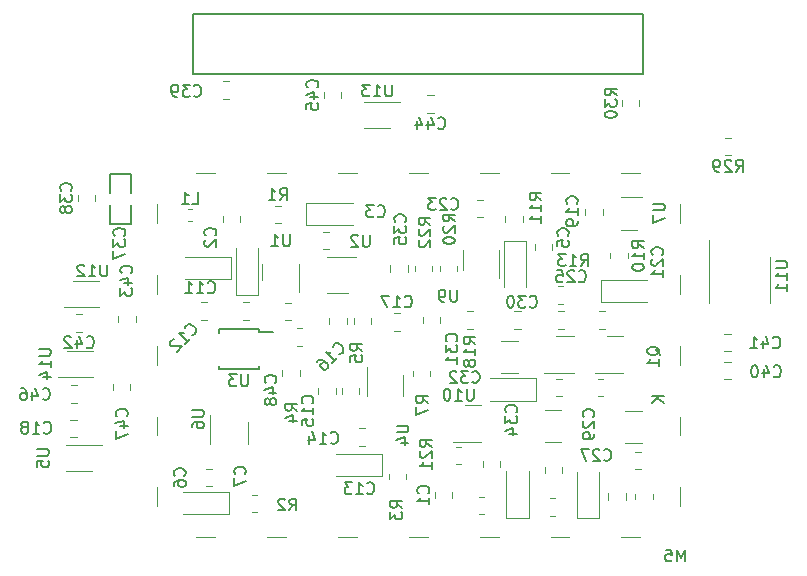
<source format=gbr>
%TF.GenerationSoftware,KiCad,Pcbnew,7.0.9-7.0.9~ubuntu23.04.1*%
%TF.CreationDate,2023-11-27T16:40:59+00:00*%
%TF.ProjectId,USTSIPIN03,55535453-4950-4494-9e30-332e6b696361,REV*%
%TF.SameCoordinates,PX66dd020PY81342c0*%
%TF.FileFunction,Legend,Bot*%
%TF.FilePolarity,Positive*%
%FSLAX46Y46*%
G04 Gerber Fmt 4.6, Leading zero omitted, Abs format (unit mm)*
G04 Created by KiCad (PCBNEW 7.0.9-7.0.9~ubuntu23.04.1) date 2023-11-27 16:40:59*
%MOMM*%
%LPD*%
G01*
G04 APERTURE LIST*
%ADD10C,0.150000*%
%ADD11C,0.120000*%
G04 APERTURE END LIST*
D10*
X61454019Y22280105D02*
X60454019Y22280105D01*
X61454019Y21708677D02*
X60882590Y22137248D01*
X60454019Y21708677D02*
X61025447Y22280105D01*
X23436580Y35900867D02*
X23484200Y35948486D01*
X23484200Y35948486D02*
X23531819Y36091343D01*
X23531819Y36091343D02*
X23531819Y36186581D01*
X23531819Y36186581D02*
X23484200Y36329438D01*
X23484200Y36329438D02*
X23388961Y36424676D01*
X23388961Y36424676D02*
X23293723Y36472295D01*
X23293723Y36472295D02*
X23103247Y36519914D01*
X23103247Y36519914D02*
X22960390Y36519914D01*
X22960390Y36519914D02*
X22769914Y36472295D01*
X22769914Y36472295D02*
X22674676Y36424676D01*
X22674676Y36424676D02*
X22579438Y36329438D01*
X22579438Y36329438D02*
X22531819Y36186581D01*
X22531819Y36186581D02*
X22531819Y36091343D01*
X22531819Y36091343D02*
X22579438Y35948486D01*
X22579438Y35948486D02*
X22627057Y35900867D01*
X22627057Y35519914D02*
X22579438Y35472295D01*
X22579438Y35472295D02*
X22531819Y35377057D01*
X22531819Y35377057D02*
X22531819Y35138962D01*
X22531819Y35138962D02*
X22579438Y35043724D01*
X22579438Y35043724D02*
X22627057Y34996105D01*
X22627057Y34996105D02*
X22722295Y34948486D01*
X22722295Y34948486D02*
X22817533Y34948486D01*
X22817533Y34948486D02*
X22960390Y34996105D01*
X22960390Y34996105D02*
X23531819Y35567533D01*
X23531819Y35567533D02*
X23531819Y34948486D01*
X36513504Y35949181D02*
X36513504Y35139658D01*
X36513504Y35139658D02*
X36465885Y35044420D01*
X36465885Y35044420D02*
X36418266Y34996800D01*
X36418266Y34996800D02*
X36323028Y34949181D01*
X36323028Y34949181D02*
X36132552Y34949181D01*
X36132552Y34949181D02*
X36037314Y34996800D01*
X36037314Y34996800D02*
X35989695Y35044420D01*
X35989695Y35044420D02*
X35942076Y35139658D01*
X35942076Y35139658D02*
X35942076Y35949181D01*
X35513504Y35853943D02*
X35465885Y35901562D01*
X35465885Y35901562D02*
X35370647Y35949181D01*
X35370647Y35949181D02*
X35132552Y35949181D01*
X35132552Y35949181D02*
X35037314Y35901562D01*
X35037314Y35901562D02*
X34989695Y35853943D01*
X34989695Y35853943D02*
X34942076Y35758705D01*
X34942076Y35758705D02*
X34942076Y35663467D01*
X34942076Y35663467D02*
X34989695Y35520610D01*
X34989695Y35520610D02*
X35561123Y34949181D01*
X35561123Y34949181D02*
X34942076Y34949181D01*
X37199866Y37544220D02*
X37247485Y37496600D01*
X37247485Y37496600D02*
X37390342Y37448981D01*
X37390342Y37448981D02*
X37485580Y37448981D01*
X37485580Y37448981D02*
X37628437Y37496600D01*
X37628437Y37496600D02*
X37723675Y37591839D01*
X37723675Y37591839D02*
X37771294Y37687077D01*
X37771294Y37687077D02*
X37818913Y37877553D01*
X37818913Y37877553D02*
X37818913Y38020410D01*
X37818913Y38020410D02*
X37771294Y38210886D01*
X37771294Y38210886D02*
X37723675Y38306124D01*
X37723675Y38306124D02*
X37628437Y38401362D01*
X37628437Y38401362D02*
X37485580Y38448981D01*
X37485580Y38448981D02*
X37390342Y38448981D01*
X37390342Y38448981D02*
X37247485Y38401362D01*
X37247485Y38401362D02*
X37199866Y38353743D01*
X36866532Y38448981D02*
X36247485Y38448981D01*
X36247485Y38448981D02*
X36580818Y38068029D01*
X36580818Y38068029D02*
X36437961Y38068029D01*
X36437961Y38068029D02*
X36342723Y38020410D01*
X36342723Y38020410D02*
X36295104Y37972791D01*
X36295104Y37972791D02*
X36247485Y37877553D01*
X36247485Y37877553D02*
X36247485Y37639458D01*
X36247485Y37639458D02*
X36295104Y37544220D01*
X36295104Y37544220D02*
X36342723Y37496600D01*
X36342723Y37496600D02*
X36437961Y37448981D01*
X36437961Y37448981D02*
X36723675Y37448981D01*
X36723675Y37448981D02*
X36818913Y37496600D01*
X36818913Y37496600D02*
X36866532Y37544220D01*
X25951180Y15707867D02*
X25998800Y15755486D01*
X25998800Y15755486D02*
X26046419Y15898343D01*
X26046419Y15898343D02*
X26046419Y15993581D01*
X26046419Y15993581D02*
X25998800Y16136438D01*
X25998800Y16136438D02*
X25903561Y16231676D01*
X25903561Y16231676D02*
X25808323Y16279295D01*
X25808323Y16279295D02*
X25617847Y16326914D01*
X25617847Y16326914D02*
X25474990Y16326914D01*
X25474990Y16326914D02*
X25284514Y16279295D01*
X25284514Y16279295D02*
X25189276Y16231676D01*
X25189276Y16231676D02*
X25094038Y16136438D01*
X25094038Y16136438D02*
X25046419Y15993581D01*
X25046419Y15993581D02*
X25046419Y15898343D01*
X25046419Y15898343D02*
X25094038Y15755486D01*
X25094038Y15755486D02*
X25141657Y15707867D01*
X25046419Y15374533D02*
X25046419Y14707867D01*
X25046419Y14707867D02*
X26046419Y15136438D01*
X33971230Y25850707D02*
X34038574Y25850707D01*
X34038574Y25850707D02*
X34173261Y25918051D01*
X34173261Y25918051D02*
X34240604Y25985394D01*
X34240604Y25985394D02*
X34307948Y26120081D01*
X34307948Y26120081D02*
X34307948Y26254768D01*
X34307948Y26254768D02*
X34274276Y26355783D01*
X34274276Y26355783D02*
X34173261Y26524142D01*
X34173261Y26524142D02*
X34072246Y26625157D01*
X34072246Y26625157D02*
X33903887Y26726173D01*
X33903887Y26726173D02*
X33802872Y26759844D01*
X33802872Y26759844D02*
X33668185Y26759844D01*
X33668185Y26759844D02*
X33533498Y26692501D01*
X33533498Y26692501D02*
X33466154Y26625157D01*
X33466154Y26625157D02*
X33398811Y26490470D01*
X33398811Y26490470D02*
X33398811Y26423127D01*
X33365139Y25109929D02*
X33769200Y25513990D01*
X33567169Y25311959D02*
X32860063Y26019066D01*
X32860063Y26019066D02*
X33028421Y25985394D01*
X33028421Y25985394D02*
X33163108Y25985394D01*
X33163108Y25985394D02*
X33264124Y26019066D01*
X32051940Y25210944D02*
X32186627Y25345631D01*
X32186627Y25345631D02*
X32287643Y25379302D01*
X32287643Y25379302D02*
X32354986Y25379302D01*
X32354986Y25379302D02*
X32523345Y25345631D01*
X32523345Y25345631D02*
X32691704Y25244615D01*
X32691704Y25244615D02*
X32961078Y24975241D01*
X32961078Y24975241D02*
X32994749Y24874226D01*
X32994749Y24874226D02*
X32994749Y24806883D01*
X32994749Y24806883D02*
X32961078Y24705867D01*
X32961078Y24705867D02*
X32826391Y24571180D01*
X32826391Y24571180D02*
X32725375Y24537509D01*
X32725375Y24537509D02*
X32658032Y24537509D01*
X32658032Y24537509D02*
X32557017Y24571180D01*
X32557017Y24571180D02*
X32388658Y24739539D01*
X32388658Y24739539D02*
X32354986Y24840554D01*
X32354986Y24840554D02*
X32354986Y24907898D01*
X32354986Y24907898D02*
X32388658Y25008913D01*
X32388658Y25008913D02*
X32523345Y25143600D01*
X32523345Y25143600D02*
X32624360Y25177272D01*
X32624360Y25177272D02*
X32691704Y25177272D01*
X32691704Y25177272D02*
X32792719Y25143600D01*
X39279819Y12837667D02*
X38803628Y13171000D01*
X39279819Y13409095D02*
X38279819Y13409095D01*
X38279819Y13409095D02*
X38279819Y13028143D01*
X38279819Y13028143D02*
X38327438Y12932905D01*
X38327438Y12932905D02*
X38375057Y12885286D01*
X38375057Y12885286D02*
X38470295Y12837667D01*
X38470295Y12837667D02*
X38613152Y12837667D01*
X38613152Y12837667D02*
X38708390Y12885286D01*
X38708390Y12885286D02*
X38756009Y12932905D01*
X38756009Y12932905D02*
X38803628Y13028143D01*
X38803628Y13028143D02*
X38803628Y13409095D01*
X38279819Y12504333D02*
X38279819Y11885286D01*
X38279819Y11885286D02*
X38660771Y12218619D01*
X38660771Y12218619D02*
X38660771Y12075762D01*
X38660771Y12075762D02*
X38708390Y11980524D01*
X38708390Y11980524D02*
X38756009Y11932905D01*
X38756009Y11932905D02*
X38851247Y11885286D01*
X38851247Y11885286D02*
X39089342Y11885286D01*
X39089342Y11885286D02*
X39184580Y11932905D01*
X39184580Y11932905D02*
X39232200Y11980524D01*
X39232200Y11980524D02*
X39279819Y12075762D01*
X39279819Y12075762D02*
X39279819Y12361476D01*
X39279819Y12361476D02*
X39232200Y12456714D01*
X39232200Y12456714D02*
X39184580Y12504333D01*
X29732266Y12626181D02*
X30065599Y13102372D01*
X30303694Y12626181D02*
X30303694Y13626181D01*
X30303694Y13626181D02*
X29922742Y13626181D01*
X29922742Y13626181D02*
X29827504Y13578562D01*
X29827504Y13578562D02*
X29779885Y13530943D01*
X29779885Y13530943D02*
X29732266Y13435705D01*
X29732266Y13435705D02*
X29732266Y13292848D01*
X29732266Y13292848D02*
X29779885Y13197610D01*
X29779885Y13197610D02*
X29827504Y13149991D01*
X29827504Y13149991D02*
X29922742Y13102372D01*
X29922742Y13102372D02*
X30303694Y13102372D01*
X29351313Y13530943D02*
X29303694Y13578562D01*
X29303694Y13578562D02*
X29208456Y13626181D01*
X29208456Y13626181D02*
X28970361Y13626181D01*
X28970361Y13626181D02*
X28875123Y13578562D01*
X28875123Y13578562D02*
X28827504Y13530943D01*
X28827504Y13530943D02*
X28779885Y13435705D01*
X28779885Y13435705D02*
X28779885Y13340467D01*
X28779885Y13340467D02*
X28827504Y13197610D01*
X28827504Y13197610D02*
X29398932Y12626181D01*
X29398932Y12626181D02*
X28779885Y12626181D01*
X35901619Y26121867D02*
X35425428Y26455200D01*
X35901619Y26693295D02*
X34901619Y26693295D01*
X34901619Y26693295D02*
X34901619Y26312343D01*
X34901619Y26312343D02*
X34949238Y26217105D01*
X34949238Y26217105D02*
X34996857Y26169486D01*
X34996857Y26169486D02*
X35092095Y26121867D01*
X35092095Y26121867D02*
X35234952Y26121867D01*
X35234952Y26121867D02*
X35330190Y26169486D01*
X35330190Y26169486D02*
X35377809Y26217105D01*
X35377809Y26217105D02*
X35425428Y26312343D01*
X35425428Y26312343D02*
X35425428Y26693295D01*
X34901619Y25217105D02*
X34901619Y25693295D01*
X34901619Y25693295D02*
X35377809Y25740914D01*
X35377809Y25740914D02*
X35330190Y25693295D01*
X35330190Y25693295D02*
X35282571Y25598057D01*
X35282571Y25598057D02*
X35282571Y25359962D01*
X35282571Y25359962D02*
X35330190Y25264724D01*
X35330190Y25264724D02*
X35377809Y25217105D01*
X35377809Y25217105D02*
X35473047Y25169486D01*
X35473047Y25169486D02*
X35711142Y25169486D01*
X35711142Y25169486D02*
X35806380Y25217105D01*
X35806380Y25217105D02*
X35854000Y25264724D01*
X35854000Y25264724D02*
X35901619Y25359962D01*
X35901619Y25359962D02*
X35901619Y25598057D01*
X35901619Y25598057D02*
X35854000Y25693295D01*
X35854000Y25693295D02*
X35806380Y25740914D01*
X63205723Y8304581D02*
X63205723Y9304581D01*
X63205723Y9304581D02*
X62872390Y8590296D01*
X62872390Y8590296D02*
X62539057Y9304581D01*
X62539057Y9304581D02*
X62539057Y8304581D01*
X61586676Y9304581D02*
X62062866Y9304581D01*
X62062866Y9304581D02*
X62110485Y8828391D01*
X62110485Y8828391D02*
X62062866Y8876010D01*
X62062866Y8876010D02*
X61967628Y8923629D01*
X61967628Y8923629D02*
X61729533Y8923629D01*
X61729533Y8923629D02*
X61634295Y8876010D01*
X61634295Y8876010D02*
X61586676Y8828391D01*
X61586676Y8828391D02*
X61539057Y8733153D01*
X61539057Y8733153D02*
X61539057Y8495058D01*
X61539057Y8495058D02*
X61586676Y8399820D01*
X61586676Y8399820D02*
X61634295Y8352200D01*
X61634295Y8352200D02*
X61729533Y8304581D01*
X61729533Y8304581D02*
X61967628Y8304581D01*
X61967628Y8304581D02*
X62062866Y8352200D01*
X62062866Y8352200D02*
X62110485Y8399820D01*
X21490419Y21129105D02*
X22299942Y21129105D01*
X22299942Y21129105D02*
X22395180Y21081486D01*
X22395180Y21081486D02*
X22442800Y21033867D01*
X22442800Y21033867D02*
X22490419Y20938629D01*
X22490419Y20938629D02*
X22490419Y20748153D01*
X22490419Y20748153D02*
X22442800Y20652915D01*
X22442800Y20652915D02*
X22395180Y20605296D01*
X22395180Y20605296D02*
X22299942Y20557677D01*
X22299942Y20557677D02*
X21490419Y20557677D01*
X21490419Y19652915D02*
X21490419Y19843391D01*
X21490419Y19843391D02*
X21538038Y19938629D01*
X21538038Y19938629D02*
X21585657Y19986248D01*
X21585657Y19986248D02*
X21728514Y20081486D01*
X21728514Y20081486D02*
X21918990Y20129105D01*
X21918990Y20129105D02*
X22299942Y20129105D01*
X22299942Y20129105D02*
X22395180Y20081486D01*
X22395180Y20081486D02*
X22442800Y20033867D01*
X22442800Y20033867D02*
X22490419Y19938629D01*
X22490419Y19938629D02*
X22490419Y19748153D01*
X22490419Y19748153D02*
X22442800Y19652915D01*
X22442800Y19652915D02*
X22395180Y19605296D01*
X22395180Y19605296D02*
X22299942Y19557677D01*
X22299942Y19557677D02*
X22061847Y19557677D01*
X22061847Y19557677D02*
X21966609Y19605296D01*
X21966609Y19605296D02*
X21918990Y19652915D01*
X21918990Y19652915D02*
X21871371Y19748153D01*
X21871371Y19748153D02*
X21871371Y19938629D01*
X21871371Y19938629D02*
X21918990Y20033867D01*
X21918990Y20033867D02*
X21966609Y20081486D01*
X21966609Y20081486D02*
X22061847Y20129105D01*
X45208257Y23512820D02*
X45255876Y23465200D01*
X45255876Y23465200D02*
X45398733Y23417581D01*
X45398733Y23417581D02*
X45493971Y23417581D01*
X45493971Y23417581D02*
X45636828Y23465200D01*
X45636828Y23465200D02*
X45732066Y23560439D01*
X45732066Y23560439D02*
X45779685Y23655677D01*
X45779685Y23655677D02*
X45827304Y23846153D01*
X45827304Y23846153D02*
X45827304Y23989010D01*
X45827304Y23989010D02*
X45779685Y24179486D01*
X45779685Y24179486D02*
X45732066Y24274724D01*
X45732066Y24274724D02*
X45636828Y24369962D01*
X45636828Y24369962D02*
X45493971Y24417581D01*
X45493971Y24417581D02*
X45398733Y24417581D01*
X45398733Y24417581D02*
X45255876Y24369962D01*
X45255876Y24369962D02*
X45208257Y24322343D01*
X44874923Y24417581D02*
X44255876Y24417581D01*
X44255876Y24417581D02*
X44589209Y24036629D01*
X44589209Y24036629D02*
X44446352Y24036629D01*
X44446352Y24036629D02*
X44351114Y23989010D01*
X44351114Y23989010D02*
X44303495Y23941391D01*
X44303495Y23941391D02*
X44255876Y23846153D01*
X44255876Y23846153D02*
X44255876Y23608058D01*
X44255876Y23608058D02*
X44303495Y23512820D01*
X44303495Y23512820D02*
X44351114Y23465200D01*
X44351114Y23465200D02*
X44446352Y23417581D01*
X44446352Y23417581D02*
X44732066Y23417581D01*
X44732066Y23417581D02*
X44827304Y23465200D01*
X44827304Y23465200D02*
X44874923Y23512820D01*
X43874923Y24322343D02*
X43827304Y24369962D01*
X43827304Y24369962D02*
X43732066Y24417581D01*
X43732066Y24417581D02*
X43493971Y24417581D01*
X43493971Y24417581D02*
X43398733Y24369962D01*
X43398733Y24369962D02*
X43351114Y24322343D01*
X43351114Y24322343D02*
X43303495Y24227105D01*
X43303495Y24227105D02*
X43303495Y24131867D01*
X43303495Y24131867D02*
X43351114Y23989010D01*
X43351114Y23989010D02*
X43922542Y23417581D01*
X43922542Y23417581D02*
X43303495Y23417581D01*
X43930304Y31300981D02*
X43930304Y30491458D01*
X43930304Y30491458D02*
X43882685Y30396220D01*
X43882685Y30396220D02*
X43835066Y30348600D01*
X43835066Y30348600D02*
X43739828Y30300981D01*
X43739828Y30300981D02*
X43549352Y30300981D01*
X43549352Y30300981D02*
X43454114Y30348600D01*
X43454114Y30348600D02*
X43406495Y30396220D01*
X43406495Y30396220D02*
X43358876Y30491458D01*
X43358876Y30491458D02*
X43358876Y31300981D01*
X42835066Y30300981D02*
X42644590Y30300981D01*
X42644590Y30300981D02*
X42549352Y30348600D01*
X42549352Y30348600D02*
X42501733Y30396220D01*
X42501733Y30396220D02*
X42406495Y30539077D01*
X42406495Y30539077D02*
X42358876Y30729553D01*
X42358876Y30729553D02*
X42358876Y31110505D01*
X42358876Y31110505D02*
X42406495Y31205743D01*
X42406495Y31205743D02*
X42454114Y31253362D01*
X42454114Y31253362D02*
X42549352Y31300981D01*
X42549352Y31300981D02*
X42739828Y31300981D01*
X42739828Y31300981D02*
X42835066Y31253362D01*
X42835066Y31253362D02*
X42882685Y31205743D01*
X42882685Y31205743D02*
X42930304Y31110505D01*
X42930304Y31110505D02*
X42930304Y30872410D01*
X42930304Y30872410D02*
X42882685Y30777172D01*
X42882685Y30777172D02*
X42835066Y30729553D01*
X42835066Y30729553D02*
X42739828Y30681934D01*
X42739828Y30681934D02*
X42549352Y30681934D01*
X42549352Y30681934D02*
X42454114Y30729553D01*
X42454114Y30729553D02*
X42406495Y30777172D01*
X42406495Y30777172D02*
X42358876Y30872410D01*
X21499830Y27476307D02*
X21567174Y27476307D01*
X21567174Y27476307D02*
X21701861Y27543651D01*
X21701861Y27543651D02*
X21769204Y27610994D01*
X21769204Y27610994D02*
X21836548Y27745681D01*
X21836548Y27745681D02*
X21836548Y27880368D01*
X21836548Y27880368D02*
X21802876Y27981383D01*
X21802876Y27981383D02*
X21701861Y28149742D01*
X21701861Y28149742D02*
X21600846Y28250757D01*
X21600846Y28250757D02*
X21432487Y28351773D01*
X21432487Y28351773D02*
X21331472Y28385444D01*
X21331472Y28385444D02*
X21196785Y28385444D01*
X21196785Y28385444D02*
X21062098Y28318101D01*
X21062098Y28318101D02*
X20994754Y28250757D01*
X20994754Y28250757D02*
X20927411Y28116070D01*
X20927411Y28116070D02*
X20927411Y28048727D01*
X20893739Y26735529D02*
X21297800Y27139590D01*
X21095769Y26937559D02*
X20388663Y27644666D01*
X20388663Y27644666D02*
X20557021Y27610994D01*
X20557021Y27610994D02*
X20691708Y27610994D01*
X20691708Y27610994D02*
X20792724Y27644666D01*
X19984601Y27105918D02*
X19917258Y27105918D01*
X19917258Y27105918D02*
X19816243Y27072246D01*
X19816243Y27072246D02*
X19647884Y26903887D01*
X19647884Y26903887D02*
X19614212Y26802872D01*
X19614212Y26802872D02*
X19614212Y26735528D01*
X19614212Y26735528D02*
X19647884Y26634513D01*
X19647884Y26634513D02*
X19715227Y26567170D01*
X19715227Y26567170D02*
X19849914Y26499826D01*
X19849914Y26499826D02*
X20658036Y26499826D01*
X20658036Y26499826D02*
X20220304Y26062093D01*
X8835457Y22065020D02*
X8883076Y22017400D01*
X8883076Y22017400D02*
X9025933Y21969781D01*
X9025933Y21969781D02*
X9121171Y21969781D01*
X9121171Y21969781D02*
X9264028Y22017400D01*
X9264028Y22017400D02*
X9359266Y22112639D01*
X9359266Y22112639D02*
X9406885Y22207877D01*
X9406885Y22207877D02*
X9454504Y22398353D01*
X9454504Y22398353D02*
X9454504Y22541210D01*
X9454504Y22541210D02*
X9406885Y22731686D01*
X9406885Y22731686D02*
X9359266Y22826924D01*
X9359266Y22826924D02*
X9264028Y22922162D01*
X9264028Y22922162D02*
X9121171Y22969781D01*
X9121171Y22969781D02*
X9025933Y22969781D01*
X9025933Y22969781D02*
X8883076Y22922162D01*
X8883076Y22922162D02*
X8835457Y22874543D01*
X7978314Y22636448D02*
X7978314Y21969781D01*
X8216409Y23017400D02*
X8454504Y22303115D01*
X8454504Y22303115D02*
X7835457Y22303115D01*
X7025933Y22969781D02*
X7216409Y22969781D01*
X7216409Y22969781D02*
X7311647Y22922162D01*
X7311647Y22922162D02*
X7359266Y22874543D01*
X7359266Y22874543D02*
X7454504Y22731686D01*
X7454504Y22731686D02*
X7502123Y22541210D01*
X7502123Y22541210D02*
X7502123Y22160258D01*
X7502123Y22160258D02*
X7454504Y22065020D01*
X7454504Y22065020D02*
X7406885Y22017400D01*
X7406885Y22017400D02*
X7311647Y21969781D01*
X7311647Y21969781D02*
X7121171Y21969781D01*
X7121171Y21969781D02*
X7025933Y22017400D01*
X7025933Y22017400D02*
X6978314Y22065020D01*
X6978314Y22065020D02*
X6930695Y22160258D01*
X6930695Y22160258D02*
X6930695Y22398353D01*
X6930695Y22398353D02*
X6978314Y22493591D01*
X6978314Y22493591D02*
X7025933Y22541210D01*
X7025933Y22541210D02*
X7121171Y22588829D01*
X7121171Y22588829D02*
X7311647Y22588829D01*
X7311647Y22588829D02*
X7406885Y22541210D01*
X7406885Y22541210D02*
X7454504Y22493591D01*
X7454504Y22493591D02*
X7502123Y22398353D01*
X8937057Y19220220D02*
X8984676Y19172600D01*
X8984676Y19172600D02*
X9127533Y19124981D01*
X9127533Y19124981D02*
X9222771Y19124981D01*
X9222771Y19124981D02*
X9365628Y19172600D01*
X9365628Y19172600D02*
X9460866Y19267839D01*
X9460866Y19267839D02*
X9508485Y19363077D01*
X9508485Y19363077D02*
X9556104Y19553553D01*
X9556104Y19553553D02*
X9556104Y19696410D01*
X9556104Y19696410D02*
X9508485Y19886886D01*
X9508485Y19886886D02*
X9460866Y19982124D01*
X9460866Y19982124D02*
X9365628Y20077362D01*
X9365628Y20077362D02*
X9222771Y20124981D01*
X9222771Y20124981D02*
X9127533Y20124981D01*
X9127533Y20124981D02*
X8984676Y20077362D01*
X8984676Y20077362D02*
X8937057Y20029743D01*
X7984676Y19124981D02*
X8556104Y19124981D01*
X8270390Y19124981D02*
X8270390Y20124981D01*
X8270390Y20124981D02*
X8365628Y19982124D01*
X8365628Y19982124D02*
X8460866Y19886886D01*
X8460866Y19886886D02*
X8556104Y19839267D01*
X7413247Y19696410D02*
X7508485Y19744029D01*
X7508485Y19744029D02*
X7556104Y19791648D01*
X7556104Y19791648D02*
X7603723Y19886886D01*
X7603723Y19886886D02*
X7603723Y19934505D01*
X7603723Y19934505D02*
X7556104Y20029743D01*
X7556104Y20029743D02*
X7508485Y20077362D01*
X7508485Y20077362D02*
X7413247Y20124981D01*
X7413247Y20124981D02*
X7222771Y20124981D01*
X7222771Y20124981D02*
X7127533Y20077362D01*
X7127533Y20077362D02*
X7079914Y20029743D01*
X7079914Y20029743D02*
X7032295Y19934505D01*
X7032295Y19934505D02*
X7032295Y19886886D01*
X7032295Y19886886D02*
X7079914Y19791648D01*
X7079914Y19791648D02*
X7127533Y19744029D01*
X7127533Y19744029D02*
X7222771Y19696410D01*
X7222771Y19696410D02*
X7413247Y19696410D01*
X7413247Y19696410D02*
X7508485Y19648791D01*
X7508485Y19648791D02*
X7556104Y19601172D01*
X7556104Y19601172D02*
X7603723Y19505934D01*
X7603723Y19505934D02*
X7603723Y19315458D01*
X7603723Y19315458D02*
X7556104Y19220220D01*
X7556104Y19220220D02*
X7508485Y19172600D01*
X7508485Y19172600D02*
X7413247Y19124981D01*
X7413247Y19124981D02*
X7222771Y19124981D01*
X7222771Y19124981D02*
X7127533Y19172600D01*
X7127533Y19172600D02*
X7079914Y19220220D01*
X7079914Y19220220D02*
X7032295Y19315458D01*
X7032295Y19315458D02*
X7032295Y19505934D01*
X7032295Y19505934D02*
X7079914Y19601172D01*
X7079914Y19601172D02*
X7127533Y19648791D01*
X7127533Y19648791D02*
X7222771Y19696410D01*
X11215580Y39704458D02*
X11263200Y39752077D01*
X11263200Y39752077D02*
X11310819Y39894934D01*
X11310819Y39894934D02*
X11310819Y39990172D01*
X11310819Y39990172D02*
X11263200Y40133029D01*
X11263200Y40133029D02*
X11167961Y40228267D01*
X11167961Y40228267D02*
X11072723Y40275886D01*
X11072723Y40275886D02*
X10882247Y40323505D01*
X10882247Y40323505D02*
X10739390Y40323505D01*
X10739390Y40323505D02*
X10548914Y40275886D01*
X10548914Y40275886D02*
X10453676Y40228267D01*
X10453676Y40228267D02*
X10358438Y40133029D01*
X10358438Y40133029D02*
X10310819Y39990172D01*
X10310819Y39990172D02*
X10310819Y39894934D01*
X10310819Y39894934D02*
X10358438Y39752077D01*
X10358438Y39752077D02*
X10406057Y39704458D01*
X10310819Y39371124D02*
X10310819Y38752077D01*
X10310819Y38752077D02*
X10691771Y39085410D01*
X10691771Y39085410D02*
X10691771Y38942553D01*
X10691771Y38942553D02*
X10739390Y38847315D01*
X10739390Y38847315D02*
X10787009Y38799696D01*
X10787009Y38799696D02*
X10882247Y38752077D01*
X10882247Y38752077D02*
X11120342Y38752077D01*
X11120342Y38752077D02*
X11215580Y38799696D01*
X11215580Y38799696D02*
X11263200Y38847315D01*
X11263200Y38847315D02*
X11310819Y38942553D01*
X11310819Y38942553D02*
X11310819Y39228267D01*
X11310819Y39228267D02*
X11263200Y39323505D01*
X11263200Y39323505D02*
X11215580Y39371124D01*
X10739390Y38180648D02*
X10691771Y38275886D01*
X10691771Y38275886D02*
X10644152Y38323505D01*
X10644152Y38323505D02*
X10548914Y38371124D01*
X10548914Y38371124D02*
X10501295Y38371124D01*
X10501295Y38371124D02*
X10406057Y38323505D01*
X10406057Y38323505D02*
X10358438Y38275886D01*
X10358438Y38275886D02*
X10310819Y38180648D01*
X10310819Y38180648D02*
X10310819Y37990172D01*
X10310819Y37990172D02*
X10358438Y37894934D01*
X10358438Y37894934D02*
X10406057Y37847315D01*
X10406057Y37847315D02*
X10501295Y37799696D01*
X10501295Y37799696D02*
X10548914Y37799696D01*
X10548914Y37799696D02*
X10644152Y37847315D01*
X10644152Y37847315D02*
X10691771Y37894934D01*
X10691771Y37894934D02*
X10739390Y37990172D01*
X10739390Y37990172D02*
X10739390Y38180648D01*
X10739390Y38180648D02*
X10787009Y38275886D01*
X10787009Y38275886D02*
X10834628Y38323505D01*
X10834628Y38323505D02*
X10929866Y38371124D01*
X10929866Y38371124D02*
X11120342Y38371124D01*
X11120342Y38371124D02*
X11215580Y38323505D01*
X11215580Y38323505D02*
X11263200Y38275886D01*
X11263200Y38275886D02*
X11310819Y38180648D01*
X11310819Y38180648D02*
X11310819Y37990172D01*
X11310819Y37990172D02*
X11263200Y37894934D01*
X11263200Y37894934D02*
X11215580Y37847315D01*
X11215580Y37847315D02*
X11120342Y37799696D01*
X11120342Y37799696D02*
X10929866Y37799696D01*
X10929866Y37799696D02*
X10834628Y37847315D01*
X10834628Y37847315D02*
X10787009Y37894934D01*
X10787009Y37894934D02*
X10739390Y37990172D01*
X8358619Y17827105D02*
X9168142Y17827105D01*
X9168142Y17827105D02*
X9263380Y17779486D01*
X9263380Y17779486D02*
X9311000Y17731867D01*
X9311000Y17731867D02*
X9358619Y17636629D01*
X9358619Y17636629D02*
X9358619Y17446153D01*
X9358619Y17446153D02*
X9311000Y17350915D01*
X9311000Y17350915D02*
X9263380Y17303296D01*
X9263380Y17303296D02*
X9168142Y17255677D01*
X9168142Y17255677D02*
X8358619Y17255677D01*
X8358619Y16303296D02*
X8358619Y16779486D01*
X8358619Y16779486D02*
X8834809Y16827105D01*
X8834809Y16827105D02*
X8787190Y16779486D01*
X8787190Y16779486D02*
X8739571Y16684248D01*
X8739571Y16684248D02*
X8739571Y16446153D01*
X8739571Y16446153D02*
X8787190Y16350915D01*
X8787190Y16350915D02*
X8834809Y16303296D01*
X8834809Y16303296D02*
X8930047Y16255677D01*
X8930047Y16255677D02*
X9168142Y16255677D01*
X9168142Y16255677D02*
X9263380Y16303296D01*
X9263380Y16303296D02*
X9311000Y16350915D01*
X9311000Y16350915D02*
X9358619Y16446153D01*
X9358619Y16446153D02*
X9358619Y16684248D01*
X9358619Y16684248D02*
X9311000Y16779486D01*
X9311000Y16779486D02*
X9263380Y16827105D01*
X36304457Y14093020D02*
X36352076Y14045400D01*
X36352076Y14045400D02*
X36494933Y13997781D01*
X36494933Y13997781D02*
X36590171Y13997781D01*
X36590171Y13997781D02*
X36733028Y14045400D01*
X36733028Y14045400D02*
X36828266Y14140639D01*
X36828266Y14140639D02*
X36875885Y14235877D01*
X36875885Y14235877D02*
X36923504Y14426353D01*
X36923504Y14426353D02*
X36923504Y14569210D01*
X36923504Y14569210D02*
X36875885Y14759686D01*
X36875885Y14759686D02*
X36828266Y14854924D01*
X36828266Y14854924D02*
X36733028Y14950162D01*
X36733028Y14950162D02*
X36590171Y14997781D01*
X36590171Y14997781D02*
X36494933Y14997781D01*
X36494933Y14997781D02*
X36352076Y14950162D01*
X36352076Y14950162D02*
X36304457Y14902543D01*
X35352076Y13997781D02*
X35923504Y13997781D01*
X35637790Y13997781D02*
X35637790Y14997781D01*
X35637790Y14997781D02*
X35733028Y14854924D01*
X35733028Y14854924D02*
X35828266Y14759686D01*
X35828266Y14759686D02*
X35923504Y14712067D01*
X35018742Y14997781D02*
X34399695Y14997781D01*
X34399695Y14997781D02*
X34733028Y14616829D01*
X34733028Y14616829D02*
X34590171Y14616829D01*
X34590171Y14616829D02*
X34494933Y14569210D01*
X34494933Y14569210D02*
X34447314Y14521591D01*
X34447314Y14521591D02*
X34399695Y14426353D01*
X34399695Y14426353D02*
X34399695Y14188258D01*
X34399695Y14188258D02*
X34447314Y14093020D01*
X34447314Y14093020D02*
X34494933Y14045400D01*
X34494933Y14045400D02*
X34590171Y13997781D01*
X34590171Y13997781D02*
X34875885Y13997781D01*
X34875885Y13997781D02*
X34971123Y14045400D01*
X34971123Y14045400D02*
X35018742Y14093020D01*
X45477419Y26699658D02*
X45001228Y27032991D01*
X45477419Y27271086D02*
X44477419Y27271086D01*
X44477419Y27271086D02*
X44477419Y26890134D01*
X44477419Y26890134D02*
X44525038Y26794896D01*
X44525038Y26794896D02*
X44572657Y26747277D01*
X44572657Y26747277D02*
X44667895Y26699658D01*
X44667895Y26699658D02*
X44810752Y26699658D01*
X44810752Y26699658D02*
X44905990Y26747277D01*
X44905990Y26747277D02*
X44953609Y26794896D01*
X44953609Y26794896D02*
X45001228Y26890134D01*
X45001228Y26890134D02*
X45001228Y27271086D01*
X45477419Y25747277D02*
X45477419Y26318705D01*
X45477419Y26032991D02*
X44477419Y26032991D01*
X44477419Y26032991D02*
X44620276Y26128229D01*
X44620276Y26128229D02*
X44715514Y26223467D01*
X44715514Y26223467D02*
X44763133Y26318705D01*
X44905990Y25175848D02*
X44858371Y25271086D01*
X44858371Y25271086D02*
X44810752Y25318705D01*
X44810752Y25318705D02*
X44715514Y25366324D01*
X44715514Y25366324D02*
X44667895Y25366324D01*
X44667895Y25366324D02*
X44572657Y25318705D01*
X44572657Y25318705D02*
X44525038Y25271086D01*
X44525038Y25271086D02*
X44477419Y25175848D01*
X44477419Y25175848D02*
X44477419Y24985372D01*
X44477419Y24985372D02*
X44525038Y24890134D01*
X44525038Y24890134D02*
X44572657Y24842515D01*
X44572657Y24842515D02*
X44667895Y24794896D01*
X44667895Y24794896D02*
X44715514Y24794896D01*
X44715514Y24794896D02*
X44810752Y24842515D01*
X44810752Y24842515D02*
X44858371Y24890134D01*
X44858371Y24890134D02*
X44905990Y24985372D01*
X44905990Y24985372D02*
X44905990Y25175848D01*
X44905990Y25175848D02*
X44953609Y25271086D01*
X44953609Y25271086D02*
X45001228Y25318705D01*
X45001228Y25318705D02*
X45096466Y25366324D01*
X45096466Y25366324D02*
X45286942Y25366324D01*
X45286942Y25366324D02*
X45382180Y25318705D01*
X45382180Y25318705D02*
X45429800Y25271086D01*
X45429800Y25271086D02*
X45477419Y25175848D01*
X45477419Y25175848D02*
X45477419Y24985372D01*
X45477419Y24985372D02*
X45429800Y24890134D01*
X45429800Y24890134D02*
X45382180Y24842515D01*
X45382180Y24842515D02*
X45286942Y24794896D01*
X45286942Y24794896D02*
X45096466Y24794896D01*
X45096466Y24794896D02*
X45001228Y24842515D01*
X45001228Y24842515D02*
X44953609Y24890134D01*
X44953609Y24890134D02*
X44905990Y24985372D01*
X43858180Y26953658D02*
X43905800Y27001277D01*
X43905800Y27001277D02*
X43953419Y27144134D01*
X43953419Y27144134D02*
X43953419Y27239372D01*
X43953419Y27239372D02*
X43905800Y27382229D01*
X43905800Y27382229D02*
X43810561Y27477467D01*
X43810561Y27477467D02*
X43715323Y27525086D01*
X43715323Y27525086D02*
X43524847Y27572705D01*
X43524847Y27572705D02*
X43381990Y27572705D01*
X43381990Y27572705D02*
X43191514Y27525086D01*
X43191514Y27525086D02*
X43096276Y27477467D01*
X43096276Y27477467D02*
X43001038Y27382229D01*
X43001038Y27382229D02*
X42953419Y27239372D01*
X42953419Y27239372D02*
X42953419Y27144134D01*
X42953419Y27144134D02*
X43001038Y27001277D01*
X43001038Y27001277D02*
X43048657Y26953658D01*
X42953419Y26620324D02*
X42953419Y26001277D01*
X42953419Y26001277D02*
X43334371Y26334610D01*
X43334371Y26334610D02*
X43334371Y26191753D01*
X43334371Y26191753D02*
X43381990Y26096515D01*
X43381990Y26096515D02*
X43429609Y26048896D01*
X43429609Y26048896D02*
X43524847Y26001277D01*
X43524847Y26001277D02*
X43762942Y26001277D01*
X43762942Y26001277D02*
X43858180Y26048896D01*
X43858180Y26048896D02*
X43905800Y26096515D01*
X43905800Y26096515D02*
X43953419Y26191753D01*
X43953419Y26191753D02*
X43953419Y26477467D01*
X43953419Y26477467D02*
X43905800Y26572705D01*
X43905800Y26572705D02*
X43858180Y26620324D01*
X43953419Y25048896D02*
X43953419Y25620324D01*
X43953419Y25334610D02*
X42953419Y25334610D01*
X42953419Y25334610D02*
X43096276Y25429848D01*
X43096276Y25429848D02*
X43191514Y25525086D01*
X43191514Y25525086D02*
X43239133Y25620324D01*
X14307494Y33434581D02*
X14307494Y32625058D01*
X14307494Y32625058D02*
X14259875Y32529820D01*
X14259875Y32529820D02*
X14212256Y32482200D01*
X14212256Y32482200D02*
X14117018Y32434581D01*
X14117018Y32434581D02*
X13926542Y32434581D01*
X13926542Y32434581D02*
X13831304Y32482200D01*
X13831304Y32482200D02*
X13783685Y32529820D01*
X13783685Y32529820D02*
X13736066Y32625058D01*
X13736066Y32625058D02*
X13736066Y33434581D01*
X12736066Y32434581D02*
X13307494Y32434581D01*
X13021780Y32434581D02*
X13021780Y33434581D01*
X13021780Y33434581D02*
X13117018Y33291724D01*
X13117018Y33291724D02*
X13212256Y33196486D01*
X13212256Y33196486D02*
X13307494Y33148867D01*
X12355113Y33339343D02*
X12307494Y33386962D01*
X12307494Y33386962D02*
X12212256Y33434581D01*
X12212256Y33434581D02*
X11974161Y33434581D01*
X11974161Y33434581D02*
X11878923Y33386962D01*
X11878923Y33386962D02*
X11831304Y33339343D01*
X11831304Y33339343D02*
X11783685Y33244105D01*
X11783685Y33244105D02*
X11783685Y33148867D01*
X11783685Y33148867D02*
X11831304Y33006010D01*
X11831304Y33006010D02*
X12402732Y32434581D01*
X12402732Y32434581D02*
X11783685Y32434581D01*
X48912780Y20933858D02*
X48960400Y20981477D01*
X48960400Y20981477D02*
X49008019Y21124334D01*
X49008019Y21124334D02*
X49008019Y21219572D01*
X49008019Y21219572D02*
X48960400Y21362429D01*
X48960400Y21362429D02*
X48865161Y21457667D01*
X48865161Y21457667D02*
X48769923Y21505286D01*
X48769923Y21505286D02*
X48579447Y21552905D01*
X48579447Y21552905D02*
X48436590Y21552905D01*
X48436590Y21552905D02*
X48246114Y21505286D01*
X48246114Y21505286D02*
X48150876Y21457667D01*
X48150876Y21457667D02*
X48055638Y21362429D01*
X48055638Y21362429D02*
X48008019Y21219572D01*
X48008019Y21219572D02*
X48008019Y21124334D01*
X48008019Y21124334D02*
X48055638Y20981477D01*
X48055638Y20981477D02*
X48103257Y20933858D01*
X48008019Y20600524D02*
X48008019Y19981477D01*
X48008019Y19981477D02*
X48388971Y20314810D01*
X48388971Y20314810D02*
X48388971Y20171953D01*
X48388971Y20171953D02*
X48436590Y20076715D01*
X48436590Y20076715D02*
X48484209Y20029096D01*
X48484209Y20029096D02*
X48579447Y19981477D01*
X48579447Y19981477D02*
X48817542Y19981477D01*
X48817542Y19981477D02*
X48912780Y20029096D01*
X48912780Y20029096D02*
X48960400Y20076715D01*
X48960400Y20076715D02*
X49008019Y20171953D01*
X49008019Y20171953D02*
X49008019Y20457667D01*
X49008019Y20457667D02*
X48960400Y20552905D01*
X48960400Y20552905D02*
X48912780Y20600524D01*
X48341352Y19124334D02*
X49008019Y19124334D01*
X47960400Y19362429D02*
X48674685Y19600524D01*
X48674685Y19600524D02*
X48674685Y18981477D01*
X26212704Y24141781D02*
X26212704Y23332258D01*
X26212704Y23332258D02*
X26165085Y23237020D01*
X26165085Y23237020D02*
X26117466Y23189400D01*
X26117466Y23189400D02*
X26022228Y23141781D01*
X26022228Y23141781D02*
X25831752Y23141781D01*
X25831752Y23141781D02*
X25736514Y23189400D01*
X25736514Y23189400D02*
X25688895Y23237020D01*
X25688895Y23237020D02*
X25641276Y23332258D01*
X25641276Y23332258D02*
X25641276Y24141781D01*
X25260323Y24141781D02*
X24641276Y24141781D01*
X24641276Y24141781D02*
X24974609Y23760829D01*
X24974609Y23760829D02*
X24831752Y23760829D01*
X24831752Y23760829D02*
X24736514Y23713210D01*
X24736514Y23713210D02*
X24688895Y23665591D01*
X24688895Y23665591D02*
X24641276Y23570353D01*
X24641276Y23570353D02*
X24641276Y23332258D01*
X24641276Y23332258D02*
X24688895Y23237020D01*
X24688895Y23237020D02*
X24736514Y23189400D01*
X24736514Y23189400D02*
X24831752Y23141781D01*
X24831752Y23141781D02*
X25117466Y23141781D01*
X25117466Y23141781D02*
X25212704Y23189400D01*
X25212704Y23189400D02*
X25260323Y23237020D01*
X70659057Y26433820D02*
X70706676Y26386200D01*
X70706676Y26386200D02*
X70849533Y26338581D01*
X70849533Y26338581D02*
X70944771Y26338581D01*
X70944771Y26338581D02*
X71087628Y26386200D01*
X71087628Y26386200D02*
X71182866Y26481439D01*
X71182866Y26481439D02*
X71230485Y26576677D01*
X71230485Y26576677D02*
X71278104Y26767153D01*
X71278104Y26767153D02*
X71278104Y26910010D01*
X71278104Y26910010D02*
X71230485Y27100486D01*
X71230485Y27100486D02*
X71182866Y27195724D01*
X71182866Y27195724D02*
X71087628Y27290962D01*
X71087628Y27290962D02*
X70944771Y27338581D01*
X70944771Y27338581D02*
X70849533Y27338581D01*
X70849533Y27338581D02*
X70706676Y27290962D01*
X70706676Y27290962D02*
X70659057Y27243343D01*
X69801914Y27005248D02*
X69801914Y26338581D01*
X70040009Y27386200D02*
X70278104Y26671915D01*
X70278104Y26671915D02*
X69659057Y26671915D01*
X68754295Y26338581D02*
X69325723Y26338581D01*
X69040009Y26338581D02*
X69040009Y27338581D01*
X69040009Y27338581D02*
X69135247Y27195724D01*
X69135247Y27195724D02*
X69230485Y27100486D01*
X69230485Y27100486D02*
X69325723Y27052867D01*
X31666180Y21695858D02*
X31713800Y21743477D01*
X31713800Y21743477D02*
X31761419Y21886334D01*
X31761419Y21886334D02*
X31761419Y21981572D01*
X31761419Y21981572D02*
X31713800Y22124429D01*
X31713800Y22124429D02*
X31618561Y22219667D01*
X31618561Y22219667D02*
X31523323Y22267286D01*
X31523323Y22267286D02*
X31332847Y22314905D01*
X31332847Y22314905D02*
X31189990Y22314905D01*
X31189990Y22314905D02*
X30999514Y22267286D01*
X30999514Y22267286D02*
X30904276Y22219667D01*
X30904276Y22219667D02*
X30809038Y22124429D01*
X30809038Y22124429D02*
X30761419Y21981572D01*
X30761419Y21981572D02*
X30761419Y21886334D01*
X30761419Y21886334D02*
X30809038Y21743477D01*
X30809038Y21743477D02*
X30856657Y21695858D01*
X31761419Y20743477D02*
X31761419Y21314905D01*
X31761419Y21029191D02*
X30761419Y21029191D01*
X30761419Y21029191D02*
X30904276Y21124429D01*
X30904276Y21124429D02*
X30999514Y21219667D01*
X30999514Y21219667D02*
X31047133Y21314905D01*
X30761419Y19838715D02*
X30761419Y20314905D01*
X30761419Y20314905D02*
X31237609Y20362524D01*
X31237609Y20362524D02*
X31189990Y20314905D01*
X31189990Y20314905D02*
X31142371Y20219667D01*
X31142371Y20219667D02*
X31142371Y19981572D01*
X31142371Y19981572D02*
X31189990Y19886334D01*
X31189990Y19886334D02*
X31237609Y19838715D01*
X31237609Y19838715D02*
X31332847Y19791096D01*
X31332847Y19791096D02*
X31570942Y19791096D01*
X31570942Y19791096D02*
X31666180Y19838715D01*
X31666180Y19838715D02*
X31713800Y19886334D01*
X31713800Y19886334D02*
X31761419Y19981572D01*
X31761419Y19981572D02*
X31761419Y20219667D01*
X31761419Y20219667D02*
X31713800Y20314905D01*
X31713800Y20314905D02*
X31666180Y20362524D01*
X53306980Y35875467D02*
X53354600Y35923086D01*
X53354600Y35923086D02*
X53402219Y36065943D01*
X53402219Y36065943D02*
X53402219Y36161181D01*
X53402219Y36161181D02*
X53354600Y36304038D01*
X53354600Y36304038D02*
X53259361Y36399276D01*
X53259361Y36399276D02*
X53164123Y36446895D01*
X53164123Y36446895D02*
X52973647Y36494514D01*
X52973647Y36494514D02*
X52830790Y36494514D01*
X52830790Y36494514D02*
X52640314Y36446895D01*
X52640314Y36446895D02*
X52545076Y36399276D01*
X52545076Y36399276D02*
X52449838Y36304038D01*
X52449838Y36304038D02*
X52402219Y36161181D01*
X52402219Y36161181D02*
X52402219Y36065943D01*
X52402219Y36065943D02*
X52449838Y35923086D01*
X52449838Y35923086D02*
X52497457Y35875467D01*
X52402219Y34970705D02*
X52402219Y35446895D01*
X52402219Y35446895D02*
X52878409Y35494514D01*
X52878409Y35494514D02*
X52830790Y35446895D01*
X52830790Y35446895D02*
X52783171Y35351657D01*
X52783171Y35351657D02*
X52783171Y35113562D01*
X52783171Y35113562D02*
X52830790Y35018324D01*
X52830790Y35018324D02*
X52878409Y34970705D01*
X52878409Y34970705D02*
X52973647Y34923086D01*
X52973647Y34923086D02*
X53211742Y34923086D01*
X53211742Y34923086D02*
X53306980Y34970705D01*
X53306980Y34970705D02*
X53354600Y35018324D01*
X53354600Y35018324D02*
X53402219Y35113562D01*
X53402219Y35113562D02*
X53402219Y35351657D01*
X53402219Y35351657D02*
X53354600Y35446895D01*
X53354600Y35446895D02*
X53306980Y35494514D01*
X55465980Y20552858D02*
X55513600Y20600477D01*
X55513600Y20600477D02*
X55561219Y20743334D01*
X55561219Y20743334D02*
X55561219Y20838572D01*
X55561219Y20838572D02*
X55513600Y20981429D01*
X55513600Y20981429D02*
X55418361Y21076667D01*
X55418361Y21076667D02*
X55323123Y21124286D01*
X55323123Y21124286D02*
X55132647Y21171905D01*
X55132647Y21171905D02*
X54989790Y21171905D01*
X54989790Y21171905D02*
X54799314Y21124286D01*
X54799314Y21124286D02*
X54704076Y21076667D01*
X54704076Y21076667D02*
X54608838Y20981429D01*
X54608838Y20981429D02*
X54561219Y20838572D01*
X54561219Y20838572D02*
X54561219Y20743334D01*
X54561219Y20743334D02*
X54608838Y20600477D01*
X54608838Y20600477D02*
X54656457Y20552858D01*
X54656457Y20171905D02*
X54608838Y20124286D01*
X54608838Y20124286D02*
X54561219Y20029048D01*
X54561219Y20029048D02*
X54561219Y19790953D01*
X54561219Y19790953D02*
X54608838Y19695715D01*
X54608838Y19695715D02*
X54656457Y19648096D01*
X54656457Y19648096D02*
X54751695Y19600477D01*
X54751695Y19600477D02*
X54846933Y19600477D01*
X54846933Y19600477D02*
X54989790Y19648096D01*
X54989790Y19648096D02*
X55561219Y20219524D01*
X55561219Y20219524D02*
X55561219Y19600477D01*
X55561219Y19124286D02*
X55561219Y18933810D01*
X55561219Y18933810D02*
X55513600Y18838572D01*
X55513600Y18838572D02*
X55465980Y18790953D01*
X55465980Y18790953D02*
X55323123Y18695715D01*
X55323123Y18695715D02*
X55132647Y18648096D01*
X55132647Y18648096D02*
X54751695Y18648096D01*
X54751695Y18648096D02*
X54656457Y18695715D01*
X54656457Y18695715D02*
X54608838Y18743334D01*
X54608838Y18743334D02*
X54561219Y18838572D01*
X54561219Y18838572D02*
X54561219Y19029048D01*
X54561219Y19029048D02*
X54608838Y19124286D01*
X54608838Y19124286D02*
X54656457Y19171905D01*
X54656457Y19171905D02*
X54751695Y19219524D01*
X54751695Y19219524D02*
X54989790Y19219524D01*
X54989790Y19219524D02*
X55085028Y19171905D01*
X55085028Y19171905D02*
X55132647Y19124286D01*
X55132647Y19124286D02*
X55180266Y19029048D01*
X55180266Y19029048D02*
X55180266Y18838572D01*
X55180266Y18838572D02*
X55132647Y18743334D01*
X55132647Y18743334D02*
X55085028Y18695715D01*
X55085028Y18695715D02*
X54989790Y18648096D01*
X28541980Y23448458D02*
X28589600Y23496077D01*
X28589600Y23496077D02*
X28637219Y23638934D01*
X28637219Y23638934D02*
X28637219Y23734172D01*
X28637219Y23734172D02*
X28589600Y23877029D01*
X28589600Y23877029D02*
X28494361Y23972267D01*
X28494361Y23972267D02*
X28399123Y24019886D01*
X28399123Y24019886D02*
X28208647Y24067505D01*
X28208647Y24067505D02*
X28065790Y24067505D01*
X28065790Y24067505D02*
X27875314Y24019886D01*
X27875314Y24019886D02*
X27780076Y23972267D01*
X27780076Y23972267D02*
X27684838Y23877029D01*
X27684838Y23877029D02*
X27637219Y23734172D01*
X27637219Y23734172D02*
X27637219Y23638934D01*
X27637219Y23638934D02*
X27684838Y23496077D01*
X27684838Y23496077D02*
X27732457Y23448458D01*
X27970552Y22591315D02*
X28637219Y22591315D01*
X27589600Y22829410D02*
X28303885Y23067505D01*
X28303885Y23067505D02*
X28303885Y22448458D01*
X28065790Y21924648D02*
X28018171Y22019886D01*
X28018171Y22019886D02*
X27970552Y22067505D01*
X27970552Y22067505D02*
X27875314Y22115124D01*
X27875314Y22115124D02*
X27827695Y22115124D01*
X27827695Y22115124D02*
X27732457Y22067505D01*
X27732457Y22067505D02*
X27684838Y22019886D01*
X27684838Y22019886D02*
X27637219Y21924648D01*
X27637219Y21924648D02*
X27637219Y21734172D01*
X27637219Y21734172D02*
X27684838Y21638934D01*
X27684838Y21638934D02*
X27732457Y21591315D01*
X27732457Y21591315D02*
X27827695Y21543696D01*
X27827695Y21543696D02*
X27875314Y21543696D01*
X27875314Y21543696D02*
X27970552Y21591315D01*
X27970552Y21591315D02*
X28018171Y21638934D01*
X28018171Y21638934D02*
X28065790Y21734172D01*
X28065790Y21734172D02*
X28065790Y21924648D01*
X28065790Y21924648D02*
X28113409Y22019886D01*
X28113409Y22019886D02*
X28161028Y22067505D01*
X28161028Y22067505D02*
X28256266Y22115124D01*
X28256266Y22115124D02*
X28446742Y22115124D01*
X28446742Y22115124D02*
X28541980Y22067505D01*
X28541980Y22067505D02*
X28589600Y22019886D01*
X28589600Y22019886D02*
X28637219Y21924648D01*
X28637219Y21924648D02*
X28637219Y21734172D01*
X28637219Y21734172D02*
X28589600Y21638934D01*
X28589600Y21638934D02*
X28541980Y21591315D01*
X28541980Y21591315D02*
X28446742Y21543696D01*
X28446742Y21543696D02*
X28256266Y21543696D01*
X28256266Y21543696D02*
X28161028Y21591315D01*
X28161028Y21591315D02*
X28113409Y21638934D01*
X28113409Y21638934D02*
X28065790Y21734172D01*
X15943580Y20603658D02*
X15991200Y20651277D01*
X15991200Y20651277D02*
X16038819Y20794134D01*
X16038819Y20794134D02*
X16038819Y20889372D01*
X16038819Y20889372D02*
X15991200Y21032229D01*
X15991200Y21032229D02*
X15895961Y21127467D01*
X15895961Y21127467D02*
X15800723Y21175086D01*
X15800723Y21175086D02*
X15610247Y21222705D01*
X15610247Y21222705D02*
X15467390Y21222705D01*
X15467390Y21222705D02*
X15276914Y21175086D01*
X15276914Y21175086D02*
X15181676Y21127467D01*
X15181676Y21127467D02*
X15086438Y21032229D01*
X15086438Y21032229D02*
X15038819Y20889372D01*
X15038819Y20889372D02*
X15038819Y20794134D01*
X15038819Y20794134D02*
X15086438Y20651277D01*
X15086438Y20651277D02*
X15134057Y20603658D01*
X15372152Y19746515D02*
X16038819Y19746515D01*
X14991200Y19984610D02*
X15705485Y20222705D01*
X15705485Y20222705D02*
X15705485Y19603658D01*
X15038819Y19317943D02*
X15038819Y18651277D01*
X15038819Y18651277D02*
X16038819Y19079848D01*
X41769019Y18012858D02*
X41292828Y18346191D01*
X41769019Y18584286D02*
X40769019Y18584286D01*
X40769019Y18584286D02*
X40769019Y18203334D01*
X40769019Y18203334D02*
X40816638Y18108096D01*
X40816638Y18108096D02*
X40864257Y18060477D01*
X40864257Y18060477D02*
X40959495Y18012858D01*
X40959495Y18012858D02*
X41102352Y18012858D01*
X41102352Y18012858D02*
X41197590Y18060477D01*
X41197590Y18060477D02*
X41245209Y18108096D01*
X41245209Y18108096D02*
X41292828Y18203334D01*
X41292828Y18203334D02*
X41292828Y18584286D01*
X40864257Y17631905D02*
X40816638Y17584286D01*
X40816638Y17584286D02*
X40769019Y17489048D01*
X40769019Y17489048D02*
X40769019Y17250953D01*
X40769019Y17250953D02*
X40816638Y17155715D01*
X40816638Y17155715D02*
X40864257Y17108096D01*
X40864257Y17108096D02*
X40959495Y17060477D01*
X40959495Y17060477D02*
X41054733Y17060477D01*
X41054733Y17060477D02*
X41197590Y17108096D01*
X41197590Y17108096D02*
X41769019Y17679524D01*
X41769019Y17679524D02*
X41769019Y17060477D01*
X41769019Y16108096D02*
X41769019Y16679524D01*
X41769019Y16393810D02*
X40769019Y16393810D01*
X40769019Y16393810D02*
X40911876Y16489048D01*
X40911876Y16489048D02*
X41007114Y16584286D01*
X41007114Y16584286D02*
X41054733Y16679524D01*
X15740380Y35894458D02*
X15788000Y35942077D01*
X15788000Y35942077D02*
X15835619Y36084934D01*
X15835619Y36084934D02*
X15835619Y36180172D01*
X15835619Y36180172D02*
X15788000Y36323029D01*
X15788000Y36323029D02*
X15692761Y36418267D01*
X15692761Y36418267D02*
X15597523Y36465886D01*
X15597523Y36465886D02*
X15407047Y36513505D01*
X15407047Y36513505D02*
X15264190Y36513505D01*
X15264190Y36513505D02*
X15073714Y36465886D01*
X15073714Y36465886D02*
X14978476Y36418267D01*
X14978476Y36418267D02*
X14883238Y36323029D01*
X14883238Y36323029D02*
X14835619Y36180172D01*
X14835619Y36180172D02*
X14835619Y36084934D01*
X14835619Y36084934D02*
X14883238Y35942077D01*
X14883238Y35942077D02*
X14930857Y35894458D01*
X14835619Y35561124D02*
X14835619Y34942077D01*
X14835619Y34942077D02*
X15216571Y35275410D01*
X15216571Y35275410D02*
X15216571Y35132553D01*
X15216571Y35132553D02*
X15264190Y35037315D01*
X15264190Y35037315D02*
X15311809Y34989696D01*
X15311809Y34989696D02*
X15407047Y34942077D01*
X15407047Y34942077D02*
X15645142Y34942077D01*
X15645142Y34942077D02*
X15740380Y34989696D01*
X15740380Y34989696D02*
X15788000Y35037315D01*
X15788000Y35037315D02*
X15835619Y35132553D01*
X15835619Y35132553D02*
X15835619Y35418267D01*
X15835619Y35418267D02*
X15788000Y35513505D01*
X15788000Y35513505D02*
X15740380Y35561124D01*
X14835619Y34608743D02*
X14835619Y33942077D01*
X14835619Y33942077D02*
X15835619Y34370648D01*
X51065419Y38891658D02*
X50589228Y39224991D01*
X51065419Y39463086D02*
X50065419Y39463086D01*
X50065419Y39463086D02*
X50065419Y39082134D01*
X50065419Y39082134D02*
X50113038Y38986896D01*
X50113038Y38986896D02*
X50160657Y38939277D01*
X50160657Y38939277D02*
X50255895Y38891658D01*
X50255895Y38891658D02*
X50398752Y38891658D01*
X50398752Y38891658D02*
X50493990Y38939277D01*
X50493990Y38939277D02*
X50541609Y38986896D01*
X50541609Y38986896D02*
X50589228Y39082134D01*
X50589228Y39082134D02*
X50589228Y39463086D01*
X51065419Y37939277D02*
X51065419Y38510705D01*
X51065419Y38224991D02*
X50065419Y38224991D01*
X50065419Y38224991D02*
X50208276Y38320229D01*
X50208276Y38320229D02*
X50303514Y38415467D01*
X50303514Y38415467D02*
X50351133Y38510705D01*
X51065419Y36986896D02*
X51065419Y37558324D01*
X51065419Y37272610D02*
X50065419Y37272610D01*
X50065419Y37272610D02*
X50208276Y37367848D01*
X50208276Y37367848D02*
X50303514Y37463086D01*
X50303514Y37463086D02*
X50351133Y37558324D01*
X20845780Y15555467D02*
X20893400Y15603086D01*
X20893400Y15603086D02*
X20941019Y15745943D01*
X20941019Y15745943D02*
X20941019Y15841181D01*
X20941019Y15841181D02*
X20893400Y15984038D01*
X20893400Y15984038D02*
X20798161Y16079276D01*
X20798161Y16079276D02*
X20702923Y16126895D01*
X20702923Y16126895D02*
X20512447Y16174514D01*
X20512447Y16174514D02*
X20369590Y16174514D01*
X20369590Y16174514D02*
X20179114Y16126895D01*
X20179114Y16126895D02*
X20083876Y16079276D01*
X20083876Y16079276D02*
X19988638Y15984038D01*
X19988638Y15984038D02*
X19941019Y15841181D01*
X19941019Y15841181D02*
X19941019Y15745943D01*
X19941019Y15745943D02*
X19988638Y15603086D01*
X19988638Y15603086D02*
X20036257Y15555467D01*
X19941019Y14698324D02*
X19941019Y14888800D01*
X19941019Y14888800D02*
X19988638Y14984038D01*
X19988638Y14984038D02*
X20036257Y15031657D01*
X20036257Y15031657D02*
X20179114Y15126895D01*
X20179114Y15126895D02*
X20369590Y15174514D01*
X20369590Y15174514D02*
X20750542Y15174514D01*
X20750542Y15174514D02*
X20845780Y15126895D01*
X20845780Y15126895D02*
X20893400Y15079276D01*
X20893400Y15079276D02*
X20941019Y14984038D01*
X20941019Y14984038D02*
X20941019Y14793562D01*
X20941019Y14793562D02*
X20893400Y14698324D01*
X20893400Y14698324D02*
X20845780Y14650705D01*
X20845780Y14650705D02*
X20750542Y14603086D01*
X20750542Y14603086D02*
X20512447Y14603086D01*
X20512447Y14603086D02*
X20417209Y14650705D01*
X20417209Y14650705D02*
X20369590Y14698324D01*
X20369590Y14698324D02*
X20321971Y14793562D01*
X20321971Y14793562D02*
X20321971Y14984038D01*
X20321971Y14984038D02*
X20369590Y15079276D01*
X20369590Y15079276D02*
X20417209Y15126895D01*
X20417209Y15126895D02*
X20512447Y15174514D01*
X29757104Y35999981D02*
X29757104Y35190458D01*
X29757104Y35190458D02*
X29709485Y35095220D01*
X29709485Y35095220D02*
X29661866Y35047600D01*
X29661866Y35047600D02*
X29566628Y34999981D01*
X29566628Y34999981D02*
X29376152Y34999981D01*
X29376152Y34999981D02*
X29280914Y35047600D01*
X29280914Y35047600D02*
X29233295Y35095220D01*
X29233295Y35095220D02*
X29185676Y35190458D01*
X29185676Y35190458D02*
X29185676Y35999981D01*
X28185676Y34999981D02*
X28757104Y34999981D01*
X28471390Y34999981D02*
X28471390Y35999981D01*
X28471390Y35999981D02*
X28566628Y35857124D01*
X28566628Y35857124D02*
X28661866Y35761886D01*
X28661866Y35761886D02*
X28757104Y35714267D01*
X43750219Y37088258D02*
X43274028Y37421591D01*
X43750219Y37659686D02*
X42750219Y37659686D01*
X42750219Y37659686D02*
X42750219Y37278734D01*
X42750219Y37278734D02*
X42797838Y37183496D01*
X42797838Y37183496D02*
X42845457Y37135877D01*
X42845457Y37135877D02*
X42940695Y37088258D01*
X42940695Y37088258D02*
X43083552Y37088258D01*
X43083552Y37088258D02*
X43178790Y37135877D01*
X43178790Y37135877D02*
X43226409Y37183496D01*
X43226409Y37183496D02*
X43274028Y37278734D01*
X43274028Y37278734D02*
X43274028Y37659686D01*
X42845457Y36707305D02*
X42797838Y36659686D01*
X42797838Y36659686D02*
X42750219Y36564448D01*
X42750219Y36564448D02*
X42750219Y36326353D01*
X42750219Y36326353D02*
X42797838Y36231115D01*
X42797838Y36231115D02*
X42845457Y36183496D01*
X42845457Y36183496D02*
X42940695Y36135877D01*
X42940695Y36135877D02*
X43035933Y36135877D01*
X43035933Y36135877D02*
X43178790Y36183496D01*
X43178790Y36183496D02*
X43750219Y36754924D01*
X43750219Y36754924D02*
X43750219Y36135877D01*
X42750219Y35516829D02*
X42750219Y35421591D01*
X42750219Y35421591D02*
X42797838Y35326353D01*
X42797838Y35326353D02*
X42845457Y35278734D01*
X42845457Y35278734D02*
X42940695Y35231115D01*
X42940695Y35231115D02*
X43131171Y35183496D01*
X43131171Y35183496D02*
X43369266Y35183496D01*
X43369266Y35183496D02*
X43559742Y35231115D01*
X43559742Y35231115D02*
X43654980Y35278734D01*
X43654980Y35278734D02*
X43702600Y35326353D01*
X43702600Y35326353D02*
X43750219Y35421591D01*
X43750219Y35421591D02*
X43750219Y35516829D01*
X43750219Y35516829D02*
X43702600Y35612067D01*
X43702600Y35612067D02*
X43654980Y35659686D01*
X43654980Y35659686D02*
X43559742Y35707305D01*
X43559742Y35707305D02*
X43369266Y35754924D01*
X43369266Y35754924D02*
X43131171Y35754924D01*
X43131171Y35754924D02*
X42940695Y35707305D01*
X42940695Y35707305D02*
X42845457Y35659686D01*
X42845457Y35659686D02*
X42797838Y35612067D01*
X42797838Y35612067D02*
X42750219Y35516829D01*
X54403057Y33323581D02*
X54736390Y33799772D01*
X54974485Y33323581D02*
X54974485Y34323581D01*
X54974485Y34323581D02*
X54593533Y34323581D01*
X54593533Y34323581D02*
X54498295Y34275962D01*
X54498295Y34275962D02*
X54450676Y34228343D01*
X54450676Y34228343D02*
X54403057Y34133105D01*
X54403057Y34133105D02*
X54403057Y33990248D01*
X54403057Y33990248D02*
X54450676Y33895010D01*
X54450676Y33895010D02*
X54498295Y33847391D01*
X54498295Y33847391D02*
X54593533Y33799772D01*
X54593533Y33799772D02*
X54974485Y33799772D01*
X53450676Y33323581D02*
X54022104Y33323581D01*
X53736390Y33323581D02*
X53736390Y34323581D01*
X53736390Y34323581D02*
X53831628Y34180724D01*
X53831628Y34180724D02*
X53926866Y34085486D01*
X53926866Y34085486D02*
X54022104Y34037867D01*
X53117342Y34323581D02*
X52498295Y34323581D01*
X52498295Y34323581D02*
X52831628Y33942629D01*
X52831628Y33942629D02*
X52688771Y33942629D01*
X52688771Y33942629D02*
X52593533Y33895010D01*
X52593533Y33895010D02*
X52545914Y33847391D01*
X52545914Y33847391D02*
X52498295Y33752153D01*
X52498295Y33752153D02*
X52498295Y33514058D01*
X52498295Y33514058D02*
X52545914Y33418820D01*
X52545914Y33418820D02*
X52593533Y33371200D01*
X52593533Y33371200D02*
X52688771Y33323581D01*
X52688771Y33323581D02*
X52974485Y33323581D01*
X52974485Y33323581D02*
X53069723Y33371200D01*
X53069723Y33371200D02*
X53117342Y33418820D01*
X16324580Y32719458D02*
X16372200Y32767077D01*
X16372200Y32767077D02*
X16419819Y32909934D01*
X16419819Y32909934D02*
X16419819Y33005172D01*
X16419819Y33005172D02*
X16372200Y33148029D01*
X16372200Y33148029D02*
X16276961Y33243267D01*
X16276961Y33243267D02*
X16181723Y33290886D01*
X16181723Y33290886D02*
X15991247Y33338505D01*
X15991247Y33338505D02*
X15848390Y33338505D01*
X15848390Y33338505D02*
X15657914Y33290886D01*
X15657914Y33290886D02*
X15562676Y33243267D01*
X15562676Y33243267D02*
X15467438Y33148029D01*
X15467438Y33148029D02*
X15419819Y33005172D01*
X15419819Y33005172D02*
X15419819Y32909934D01*
X15419819Y32909934D02*
X15467438Y32767077D01*
X15467438Y32767077D02*
X15515057Y32719458D01*
X15753152Y31862315D02*
X16419819Y31862315D01*
X15372200Y32100410D02*
X16086485Y32338505D01*
X16086485Y32338505D02*
X16086485Y31719458D01*
X15419819Y31433743D02*
X15419819Y30814696D01*
X15419819Y30814696D02*
X15800771Y31148029D01*
X15800771Y31148029D02*
X15800771Y31005172D01*
X15800771Y31005172D02*
X15848390Y30909934D01*
X15848390Y30909934D02*
X15896009Y30862315D01*
X15896009Y30862315D02*
X15991247Y30814696D01*
X15991247Y30814696D02*
X16229342Y30814696D01*
X16229342Y30814696D02*
X16324580Y30862315D01*
X16324580Y30862315D02*
X16372200Y30909934D01*
X16372200Y30909934D02*
X16419819Y31005172D01*
X16419819Y31005172D02*
X16419819Y31290886D01*
X16419819Y31290886D02*
X16372200Y31386124D01*
X16372200Y31386124D02*
X16324580Y31433743D01*
X59737419Y34831258D02*
X59261228Y35164591D01*
X59737419Y35402686D02*
X58737419Y35402686D01*
X58737419Y35402686D02*
X58737419Y35021734D01*
X58737419Y35021734D02*
X58785038Y34926496D01*
X58785038Y34926496D02*
X58832657Y34878877D01*
X58832657Y34878877D02*
X58927895Y34831258D01*
X58927895Y34831258D02*
X59070752Y34831258D01*
X59070752Y34831258D02*
X59165990Y34878877D01*
X59165990Y34878877D02*
X59213609Y34926496D01*
X59213609Y34926496D02*
X59261228Y35021734D01*
X59261228Y35021734D02*
X59261228Y35402686D01*
X59737419Y33878877D02*
X59737419Y34450305D01*
X59737419Y34164591D02*
X58737419Y34164591D01*
X58737419Y34164591D02*
X58880276Y34259829D01*
X58880276Y34259829D02*
X58975514Y34355067D01*
X58975514Y34355067D02*
X59023133Y34450305D01*
X58737419Y33259829D02*
X58737419Y33164591D01*
X58737419Y33164591D02*
X58785038Y33069353D01*
X58785038Y33069353D02*
X58832657Y33021734D01*
X58832657Y33021734D02*
X58927895Y32974115D01*
X58927895Y32974115D02*
X59118371Y32926496D01*
X59118371Y32926496D02*
X59356466Y32926496D01*
X59356466Y32926496D02*
X59546942Y32974115D01*
X59546942Y32974115D02*
X59642180Y33021734D01*
X59642180Y33021734D02*
X59689800Y33069353D01*
X59689800Y33069353D02*
X59737419Y33164591D01*
X59737419Y33164591D02*
X59737419Y33259829D01*
X59737419Y33259829D02*
X59689800Y33355067D01*
X59689800Y33355067D02*
X59642180Y33402686D01*
X59642180Y33402686D02*
X59546942Y33450305D01*
X59546942Y33450305D02*
X59356466Y33497924D01*
X59356466Y33497924D02*
X59118371Y33497924D01*
X59118371Y33497924D02*
X58927895Y33450305D01*
X58927895Y33450305D02*
X58832657Y33402686D01*
X58832657Y33402686D02*
X58785038Y33355067D01*
X58785038Y33355067D02*
X58737419Y33259829D01*
X54068980Y38586858D02*
X54116600Y38634477D01*
X54116600Y38634477D02*
X54164219Y38777334D01*
X54164219Y38777334D02*
X54164219Y38872572D01*
X54164219Y38872572D02*
X54116600Y39015429D01*
X54116600Y39015429D02*
X54021361Y39110667D01*
X54021361Y39110667D02*
X53926123Y39158286D01*
X53926123Y39158286D02*
X53735647Y39205905D01*
X53735647Y39205905D02*
X53592790Y39205905D01*
X53592790Y39205905D02*
X53402314Y39158286D01*
X53402314Y39158286D02*
X53307076Y39110667D01*
X53307076Y39110667D02*
X53211838Y39015429D01*
X53211838Y39015429D02*
X53164219Y38872572D01*
X53164219Y38872572D02*
X53164219Y38777334D01*
X53164219Y38777334D02*
X53211838Y38634477D01*
X53211838Y38634477D02*
X53259457Y38586858D01*
X54164219Y37634477D02*
X54164219Y38205905D01*
X54164219Y37920191D02*
X53164219Y37920191D01*
X53164219Y37920191D02*
X53307076Y38015429D01*
X53307076Y38015429D02*
X53402314Y38110667D01*
X53402314Y38110667D02*
X53449933Y38205905D01*
X54164219Y37158286D02*
X54164219Y36967810D01*
X54164219Y36967810D02*
X54116600Y36872572D01*
X54116600Y36872572D02*
X54068980Y36824953D01*
X54068980Y36824953D02*
X53926123Y36729715D01*
X53926123Y36729715D02*
X53735647Y36682096D01*
X53735647Y36682096D02*
X53354695Y36682096D01*
X53354695Y36682096D02*
X53259457Y36729715D01*
X53259457Y36729715D02*
X53211838Y36777334D01*
X53211838Y36777334D02*
X53164219Y36872572D01*
X53164219Y36872572D02*
X53164219Y37063048D01*
X53164219Y37063048D02*
X53211838Y37158286D01*
X53211838Y37158286D02*
X53259457Y37205905D01*
X53259457Y37205905D02*
X53354695Y37253524D01*
X53354695Y37253524D02*
X53592790Y37253524D01*
X53592790Y37253524D02*
X53688028Y37205905D01*
X53688028Y37205905D02*
X53735647Y37158286D01*
X53735647Y37158286D02*
X53783266Y37063048D01*
X53783266Y37063048D02*
X53783266Y36872572D01*
X53783266Y36872572D02*
X53735647Y36777334D01*
X53735647Y36777334D02*
X53688028Y36729715D01*
X53688028Y36729715D02*
X53592790Y36682096D01*
X33231057Y18360220D02*
X33278676Y18312600D01*
X33278676Y18312600D02*
X33421533Y18264981D01*
X33421533Y18264981D02*
X33516771Y18264981D01*
X33516771Y18264981D02*
X33659628Y18312600D01*
X33659628Y18312600D02*
X33754866Y18407839D01*
X33754866Y18407839D02*
X33802485Y18503077D01*
X33802485Y18503077D02*
X33850104Y18693553D01*
X33850104Y18693553D02*
X33850104Y18836410D01*
X33850104Y18836410D02*
X33802485Y19026886D01*
X33802485Y19026886D02*
X33754866Y19122124D01*
X33754866Y19122124D02*
X33659628Y19217362D01*
X33659628Y19217362D02*
X33516771Y19264981D01*
X33516771Y19264981D02*
X33421533Y19264981D01*
X33421533Y19264981D02*
X33278676Y19217362D01*
X33278676Y19217362D02*
X33231057Y19169743D01*
X32278676Y18264981D02*
X32850104Y18264981D01*
X32564390Y18264981D02*
X32564390Y19264981D01*
X32564390Y19264981D02*
X32659628Y19122124D01*
X32659628Y19122124D02*
X32754866Y19026886D01*
X32754866Y19026886D02*
X32850104Y18979267D01*
X31421533Y18931648D02*
X31421533Y18264981D01*
X31659628Y19312600D02*
X31897723Y18598315D01*
X31897723Y18598315D02*
X31278676Y18598315D01*
X21637057Y47744420D02*
X21684676Y47696800D01*
X21684676Y47696800D02*
X21827533Y47649181D01*
X21827533Y47649181D02*
X21922771Y47649181D01*
X21922771Y47649181D02*
X22065628Y47696800D01*
X22065628Y47696800D02*
X22160866Y47792039D01*
X22160866Y47792039D02*
X22208485Y47887277D01*
X22208485Y47887277D02*
X22256104Y48077753D01*
X22256104Y48077753D02*
X22256104Y48220610D01*
X22256104Y48220610D02*
X22208485Y48411086D01*
X22208485Y48411086D02*
X22160866Y48506324D01*
X22160866Y48506324D02*
X22065628Y48601562D01*
X22065628Y48601562D02*
X21922771Y48649181D01*
X21922771Y48649181D02*
X21827533Y48649181D01*
X21827533Y48649181D02*
X21684676Y48601562D01*
X21684676Y48601562D02*
X21637057Y48553943D01*
X21303723Y48649181D02*
X20684676Y48649181D01*
X20684676Y48649181D02*
X21018009Y48268229D01*
X21018009Y48268229D02*
X20875152Y48268229D01*
X20875152Y48268229D02*
X20779914Y48220610D01*
X20779914Y48220610D02*
X20732295Y48172991D01*
X20732295Y48172991D02*
X20684676Y48077753D01*
X20684676Y48077753D02*
X20684676Y47839658D01*
X20684676Y47839658D02*
X20732295Y47744420D01*
X20732295Y47744420D02*
X20779914Y47696800D01*
X20779914Y47696800D02*
X20875152Y47649181D01*
X20875152Y47649181D02*
X21160866Y47649181D01*
X21160866Y47649181D02*
X21256104Y47696800D01*
X21256104Y47696800D02*
X21303723Y47744420D01*
X20208485Y47649181D02*
X20018009Y47649181D01*
X20018009Y47649181D02*
X19922771Y47696800D01*
X19922771Y47696800D02*
X19875152Y47744420D01*
X19875152Y47744420D02*
X19779914Y47887277D01*
X19779914Y47887277D02*
X19732295Y48077753D01*
X19732295Y48077753D02*
X19732295Y48458705D01*
X19732295Y48458705D02*
X19779914Y48553943D01*
X19779914Y48553943D02*
X19827533Y48601562D01*
X19827533Y48601562D02*
X19922771Y48649181D01*
X19922771Y48649181D02*
X20113247Y48649181D01*
X20113247Y48649181D02*
X20208485Y48601562D01*
X20208485Y48601562D02*
X20256104Y48553943D01*
X20256104Y48553943D02*
X20303723Y48458705D01*
X20303723Y48458705D02*
X20303723Y48220610D01*
X20303723Y48220610D02*
X20256104Y48125372D01*
X20256104Y48125372D02*
X20208485Y48077753D01*
X20208485Y48077753D02*
X20113247Y48030134D01*
X20113247Y48030134D02*
X19922771Y48030134D01*
X19922771Y48030134D02*
X19827533Y48077753D01*
X19827533Y48077753D02*
X19779914Y48125372D01*
X19779914Y48125372D02*
X19732295Y48220610D01*
X70735257Y23995420D02*
X70782876Y23947800D01*
X70782876Y23947800D02*
X70925733Y23900181D01*
X70925733Y23900181D02*
X71020971Y23900181D01*
X71020971Y23900181D02*
X71163828Y23947800D01*
X71163828Y23947800D02*
X71259066Y24043039D01*
X71259066Y24043039D02*
X71306685Y24138277D01*
X71306685Y24138277D02*
X71354304Y24328753D01*
X71354304Y24328753D02*
X71354304Y24471610D01*
X71354304Y24471610D02*
X71306685Y24662086D01*
X71306685Y24662086D02*
X71259066Y24757324D01*
X71259066Y24757324D02*
X71163828Y24852562D01*
X71163828Y24852562D02*
X71020971Y24900181D01*
X71020971Y24900181D02*
X70925733Y24900181D01*
X70925733Y24900181D02*
X70782876Y24852562D01*
X70782876Y24852562D02*
X70735257Y24804943D01*
X69878114Y24566848D02*
X69878114Y23900181D01*
X70116209Y24947800D02*
X70354304Y24233515D01*
X70354304Y24233515D02*
X69735257Y24233515D01*
X69163828Y24900181D02*
X69068590Y24900181D01*
X69068590Y24900181D02*
X68973352Y24852562D01*
X68973352Y24852562D02*
X68925733Y24804943D01*
X68925733Y24804943D02*
X68878114Y24709705D01*
X68878114Y24709705D02*
X68830495Y24519229D01*
X68830495Y24519229D02*
X68830495Y24281134D01*
X68830495Y24281134D02*
X68878114Y24090658D01*
X68878114Y24090658D02*
X68925733Y23995420D01*
X68925733Y23995420D02*
X68973352Y23947800D01*
X68973352Y23947800D02*
X69068590Y23900181D01*
X69068590Y23900181D02*
X69163828Y23900181D01*
X69163828Y23900181D02*
X69259066Y23947800D01*
X69259066Y23947800D02*
X69306685Y23995420D01*
X69306685Y23995420D02*
X69354304Y24090658D01*
X69354304Y24090658D02*
X69401923Y24281134D01*
X69401923Y24281134D02*
X69401923Y24519229D01*
X69401923Y24519229D02*
X69354304Y24709705D01*
X69354304Y24709705D02*
X69306685Y24804943D01*
X69306685Y24804943D02*
X69259066Y24852562D01*
X69259066Y24852562D02*
X69163828Y24900181D01*
X28919466Y38888781D02*
X29252799Y39364972D01*
X29490894Y38888781D02*
X29490894Y39888781D01*
X29490894Y39888781D02*
X29109942Y39888781D01*
X29109942Y39888781D02*
X29014704Y39841162D01*
X29014704Y39841162D02*
X28967085Y39793543D01*
X28967085Y39793543D02*
X28919466Y39698305D01*
X28919466Y39698305D02*
X28919466Y39555448D01*
X28919466Y39555448D02*
X28967085Y39460210D01*
X28967085Y39460210D02*
X29014704Y39412591D01*
X29014704Y39412591D02*
X29109942Y39364972D01*
X29109942Y39364972D02*
X29490894Y39364972D01*
X27967085Y38888781D02*
X28538513Y38888781D01*
X28252799Y38888781D02*
X28252799Y39888781D01*
X28252799Y39888781D02*
X28348037Y39745924D01*
X28348037Y39745924D02*
X28443275Y39650686D01*
X28443275Y39650686D02*
X28538513Y39603067D01*
X22830857Y31107420D02*
X22878476Y31059800D01*
X22878476Y31059800D02*
X23021333Y31012181D01*
X23021333Y31012181D02*
X23116571Y31012181D01*
X23116571Y31012181D02*
X23259428Y31059800D01*
X23259428Y31059800D02*
X23354666Y31155039D01*
X23354666Y31155039D02*
X23402285Y31250277D01*
X23402285Y31250277D02*
X23449904Y31440753D01*
X23449904Y31440753D02*
X23449904Y31583610D01*
X23449904Y31583610D02*
X23402285Y31774086D01*
X23402285Y31774086D02*
X23354666Y31869324D01*
X23354666Y31869324D02*
X23259428Y31964562D01*
X23259428Y31964562D02*
X23116571Y32012181D01*
X23116571Y32012181D02*
X23021333Y32012181D01*
X23021333Y32012181D02*
X22878476Y31964562D01*
X22878476Y31964562D02*
X22830857Y31916943D01*
X21878476Y31012181D02*
X22449904Y31012181D01*
X22164190Y31012181D02*
X22164190Y32012181D01*
X22164190Y32012181D02*
X22259428Y31869324D01*
X22259428Y31869324D02*
X22354666Y31774086D01*
X22354666Y31774086D02*
X22449904Y31726467D01*
X20926095Y31012181D02*
X21497523Y31012181D01*
X21211809Y31012181D02*
X21211809Y32012181D01*
X21211809Y32012181D02*
X21307047Y31869324D01*
X21307047Y31869324D02*
X21402285Y31774086D01*
X21402285Y31774086D02*
X21497523Y31726467D01*
X50059657Y29888220D02*
X50107276Y29840600D01*
X50107276Y29840600D02*
X50250133Y29792981D01*
X50250133Y29792981D02*
X50345371Y29792981D01*
X50345371Y29792981D02*
X50488228Y29840600D01*
X50488228Y29840600D02*
X50583466Y29935839D01*
X50583466Y29935839D02*
X50631085Y30031077D01*
X50631085Y30031077D02*
X50678704Y30221553D01*
X50678704Y30221553D02*
X50678704Y30364410D01*
X50678704Y30364410D02*
X50631085Y30554886D01*
X50631085Y30554886D02*
X50583466Y30650124D01*
X50583466Y30650124D02*
X50488228Y30745362D01*
X50488228Y30745362D02*
X50345371Y30792981D01*
X50345371Y30792981D02*
X50250133Y30792981D01*
X50250133Y30792981D02*
X50107276Y30745362D01*
X50107276Y30745362D02*
X50059657Y30697743D01*
X49726323Y30792981D02*
X49107276Y30792981D01*
X49107276Y30792981D02*
X49440609Y30412029D01*
X49440609Y30412029D02*
X49297752Y30412029D01*
X49297752Y30412029D02*
X49202514Y30364410D01*
X49202514Y30364410D02*
X49154895Y30316791D01*
X49154895Y30316791D02*
X49107276Y30221553D01*
X49107276Y30221553D02*
X49107276Y29983458D01*
X49107276Y29983458D02*
X49154895Y29888220D01*
X49154895Y29888220D02*
X49202514Y29840600D01*
X49202514Y29840600D02*
X49297752Y29792981D01*
X49297752Y29792981D02*
X49583466Y29792981D01*
X49583466Y29792981D02*
X49678704Y29840600D01*
X49678704Y29840600D02*
X49726323Y29888220D01*
X48488228Y30792981D02*
X48392990Y30792981D01*
X48392990Y30792981D02*
X48297752Y30745362D01*
X48297752Y30745362D02*
X48250133Y30697743D01*
X48250133Y30697743D02*
X48202514Y30602505D01*
X48202514Y30602505D02*
X48154895Y30412029D01*
X48154895Y30412029D02*
X48154895Y30173934D01*
X48154895Y30173934D02*
X48202514Y29983458D01*
X48202514Y29983458D02*
X48250133Y29888220D01*
X48250133Y29888220D02*
X48297752Y29840600D01*
X48297752Y29840600D02*
X48392990Y29792981D01*
X48392990Y29792981D02*
X48488228Y29792981D01*
X48488228Y29792981D02*
X48583466Y29840600D01*
X48583466Y29840600D02*
X48631085Y29888220D01*
X48631085Y29888220D02*
X48678704Y29983458D01*
X48678704Y29983458D02*
X48726323Y30173934D01*
X48726323Y30173934D02*
X48726323Y30412029D01*
X48726323Y30412029D02*
X48678704Y30602505D01*
X48678704Y30602505D02*
X48631085Y30697743D01*
X48631085Y30697743D02*
X48583466Y30745362D01*
X48583466Y30745362D02*
X48488228Y30792981D01*
X41667419Y36808858D02*
X41191228Y37142191D01*
X41667419Y37380286D02*
X40667419Y37380286D01*
X40667419Y37380286D02*
X40667419Y36999334D01*
X40667419Y36999334D02*
X40715038Y36904096D01*
X40715038Y36904096D02*
X40762657Y36856477D01*
X40762657Y36856477D02*
X40857895Y36808858D01*
X40857895Y36808858D02*
X41000752Y36808858D01*
X41000752Y36808858D02*
X41095990Y36856477D01*
X41095990Y36856477D02*
X41143609Y36904096D01*
X41143609Y36904096D02*
X41191228Y36999334D01*
X41191228Y36999334D02*
X41191228Y37380286D01*
X40762657Y36427905D02*
X40715038Y36380286D01*
X40715038Y36380286D02*
X40667419Y36285048D01*
X40667419Y36285048D02*
X40667419Y36046953D01*
X40667419Y36046953D02*
X40715038Y35951715D01*
X40715038Y35951715D02*
X40762657Y35904096D01*
X40762657Y35904096D02*
X40857895Y35856477D01*
X40857895Y35856477D02*
X40953133Y35856477D01*
X40953133Y35856477D02*
X41095990Y35904096D01*
X41095990Y35904096D02*
X41667419Y36475524D01*
X41667419Y36475524D02*
X41667419Y35856477D01*
X40762657Y35475524D02*
X40715038Y35427905D01*
X40715038Y35427905D02*
X40667419Y35332667D01*
X40667419Y35332667D02*
X40667419Y35094572D01*
X40667419Y35094572D02*
X40715038Y34999334D01*
X40715038Y34999334D02*
X40762657Y34951715D01*
X40762657Y34951715D02*
X40857895Y34904096D01*
X40857895Y34904096D02*
X40953133Y34904096D01*
X40953133Y34904096D02*
X41095990Y34951715D01*
X41095990Y34951715D02*
X41667419Y35523143D01*
X41667419Y35523143D02*
X41667419Y34904096D01*
X61282580Y34268858D02*
X61330200Y34316477D01*
X61330200Y34316477D02*
X61377819Y34459334D01*
X61377819Y34459334D02*
X61377819Y34554572D01*
X61377819Y34554572D02*
X61330200Y34697429D01*
X61330200Y34697429D02*
X61234961Y34792667D01*
X61234961Y34792667D02*
X61139723Y34840286D01*
X61139723Y34840286D02*
X60949247Y34887905D01*
X60949247Y34887905D02*
X60806390Y34887905D01*
X60806390Y34887905D02*
X60615914Y34840286D01*
X60615914Y34840286D02*
X60520676Y34792667D01*
X60520676Y34792667D02*
X60425438Y34697429D01*
X60425438Y34697429D02*
X60377819Y34554572D01*
X60377819Y34554572D02*
X60377819Y34459334D01*
X60377819Y34459334D02*
X60425438Y34316477D01*
X60425438Y34316477D02*
X60473057Y34268858D01*
X60473057Y33887905D02*
X60425438Y33840286D01*
X60425438Y33840286D02*
X60377819Y33745048D01*
X60377819Y33745048D02*
X60377819Y33506953D01*
X60377819Y33506953D02*
X60425438Y33411715D01*
X60425438Y33411715D02*
X60473057Y33364096D01*
X60473057Y33364096D02*
X60568295Y33316477D01*
X60568295Y33316477D02*
X60663533Y33316477D01*
X60663533Y33316477D02*
X60806390Y33364096D01*
X60806390Y33364096D02*
X61377819Y33935524D01*
X61377819Y33935524D02*
X61377819Y33316477D01*
X61377819Y32364096D02*
X61377819Y32935524D01*
X61377819Y32649810D02*
X60377819Y32649810D01*
X60377819Y32649810D02*
X60520676Y32745048D01*
X60520676Y32745048D02*
X60615914Y32840286D01*
X60615914Y32840286D02*
X60663533Y32935524D01*
X41475819Y21705867D02*
X40999628Y22039200D01*
X41475819Y22277295D02*
X40475819Y22277295D01*
X40475819Y22277295D02*
X40475819Y21896343D01*
X40475819Y21896343D02*
X40523438Y21801105D01*
X40523438Y21801105D02*
X40571057Y21753486D01*
X40571057Y21753486D02*
X40666295Y21705867D01*
X40666295Y21705867D02*
X40809152Y21705867D01*
X40809152Y21705867D02*
X40904390Y21753486D01*
X40904390Y21753486D02*
X40952009Y21801105D01*
X40952009Y21801105D02*
X40999628Y21896343D01*
X40999628Y21896343D02*
X40999628Y22277295D01*
X40475819Y21372533D02*
X40475819Y20705867D01*
X40475819Y20705867D02*
X41475819Y21134438D01*
X42312657Y44997620D02*
X42360276Y44950000D01*
X42360276Y44950000D02*
X42503133Y44902381D01*
X42503133Y44902381D02*
X42598371Y44902381D01*
X42598371Y44902381D02*
X42741228Y44950000D01*
X42741228Y44950000D02*
X42836466Y45045239D01*
X42836466Y45045239D02*
X42884085Y45140477D01*
X42884085Y45140477D02*
X42931704Y45330953D01*
X42931704Y45330953D02*
X42931704Y45473810D01*
X42931704Y45473810D02*
X42884085Y45664286D01*
X42884085Y45664286D02*
X42836466Y45759524D01*
X42836466Y45759524D02*
X42741228Y45854762D01*
X42741228Y45854762D02*
X42598371Y45902381D01*
X42598371Y45902381D02*
X42503133Y45902381D01*
X42503133Y45902381D02*
X42360276Y45854762D01*
X42360276Y45854762D02*
X42312657Y45807143D01*
X41455514Y45569048D02*
X41455514Y44902381D01*
X41693609Y45950000D02*
X41931704Y45235715D01*
X41931704Y45235715D02*
X41312657Y45235715D01*
X40503133Y45569048D02*
X40503133Y44902381D01*
X40741228Y45950000D02*
X40979323Y45235715D01*
X40979323Y45235715D02*
X40360276Y45235715D01*
X30389819Y21067267D02*
X29913628Y21400600D01*
X30389819Y21638695D02*
X29389819Y21638695D01*
X29389819Y21638695D02*
X29389819Y21257743D01*
X29389819Y21257743D02*
X29437438Y21162505D01*
X29437438Y21162505D02*
X29485057Y21114886D01*
X29485057Y21114886D02*
X29580295Y21067267D01*
X29580295Y21067267D02*
X29723152Y21067267D01*
X29723152Y21067267D02*
X29818390Y21114886D01*
X29818390Y21114886D02*
X29866009Y21162505D01*
X29866009Y21162505D02*
X29913628Y21257743D01*
X29913628Y21257743D02*
X29913628Y21638695D01*
X29723152Y20210124D02*
X30389819Y20210124D01*
X29342200Y20448219D02*
X30056485Y20686314D01*
X30056485Y20686314D02*
X30056485Y20067267D01*
X12569257Y26455620D02*
X12616876Y26408000D01*
X12616876Y26408000D02*
X12759733Y26360381D01*
X12759733Y26360381D02*
X12854971Y26360381D01*
X12854971Y26360381D02*
X12997828Y26408000D01*
X12997828Y26408000D02*
X13093066Y26503239D01*
X13093066Y26503239D02*
X13140685Y26598477D01*
X13140685Y26598477D02*
X13188304Y26788953D01*
X13188304Y26788953D02*
X13188304Y26931810D01*
X13188304Y26931810D02*
X13140685Y27122286D01*
X13140685Y27122286D02*
X13093066Y27217524D01*
X13093066Y27217524D02*
X12997828Y27312762D01*
X12997828Y27312762D02*
X12854971Y27360381D01*
X12854971Y27360381D02*
X12759733Y27360381D01*
X12759733Y27360381D02*
X12616876Y27312762D01*
X12616876Y27312762D02*
X12569257Y27265143D01*
X11712114Y27027048D02*
X11712114Y26360381D01*
X11950209Y27408000D02*
X12188304Y26693715D01*
X12188304Y26693715D02*
X11569257Y26693715D01*
X11235923Y27265143D02*
X11188304Y27312762D01*
X11188304Y27312762D02*
X11093066Y27360381D01*
X11093066Y27360381D02*
X10854971Y27360381D01*
X10854971Y27360381D02*
X10759733Y27312762D01*
X10759733Y27312762D02*
X10712114Y27265143D01*
X10712114Y27265143D02*
X10664495Y27169905D01*
X10664495Y27169905D02*
X10664495Y27074667D01*
X10664495Y27074667D02*
X10712114Y26931810D01*
X10712114Y26931810D02*
X11283542Y26360381D01*
X11283542Y26360381D02*
X10664495Y26360381D01*
X41470580Y14082267D02*
X41518200Y14129886D01*
X41518200Y14129886D02*
X41565819Y14272743D01*
X41565819Y14272743D02*
X41565819Y14367981D01*
X41565819Y14367981D02*
X41518200Y14510838D01*
X41518200Y14510838D02*
X41422961Y14606076D01*
X41422961Y14606076D02*
X41327723Y14653695D01*
X41327723Y14653695D02*
X41137247Y14701314D01*
X41137247Y14701314D02*
X40994390Y14701314D01*
X40994390Y14701314D02*
X40803914Y14653695D01*
X40803914Y14653695D02*
X40708676Y14606076D01*
X40708676Y14606076D02*
X40613438Y14510838D01*
X40613438Y14510838D02*
X40565819Y14367981D01*
X40565819Y14367981D02*
X40565819Y14272743D01*
X40565819Y14272743D02*
X40613438Y14129886D01*
X40613438Y14129886D02*
X40661057Y14082267D01*
X41565819Y13129886D02*
X41565819Y13701314D01*
X41565819Y13415600D02*
X40565819Y13415600D01*
X40565819Y13415600D02*
X40708676Y13510838D01*
X40708676Y13510838D02*
X40803914Y13606076D01*
X40803914Y13606076D02*
X40851533Y13701314D01*
X21477266Y38577981D02*
X21953456Y38577981D01*
X21953456Y38577981D02*
X21953456Y39577981D01*
X20620123Y38577981D02*
X21191551Y38577981D01*
X20905837Y38577981D02*
X20905837Y39577981D01*
X20905837Y39577981D02*
X21001075Y39435124D01*
X21001075Y39435124D02*
X21096313Y39339886D01*
X21096313Y39339886D02*
X21191551Y39292267D01*
X39479457Y29906220D02*
X39527076Y29858600D01*
X39527076Y29858600D02*
X39669933Y29810981D01*
X39669933Y29810981D02*
X39765171Y29810981D01*
X39765171Y29810981D02*
X39908028Y29858600D01*
X39908028Y29858600D02*
X40003266Y29953839D01*
X40003266Y29953839D02*
X40050885Y30049077D01*
X40050885Y30049077D02*
X40098504Y30239553D01*
X40098504Y30239553D02*
X40098504Y30382410D01*
X40098504Y30382410D02*
X40050885Y30572886D01*
X40050885Y30572886D02*
X40003266Y30668124D01*
X40003266Y30668124D02*
X39908028Y30763362D01*
X39908028Y30763362D02*
X39765171Y30810981D01*
X39765171Y30810981D02*
X39669933Y30810981D01*
X39669933Y30810981D02*
X39527076Y30763362D01*
X39527076Y30763362D02*
X39479457Y30715743D01*
X38527076Y29810981D02*
X39098504Y29810981D01*
X38812790Y29810981D02*
X38812790Y30810981D01*
X38812790Y30810981D02*
X38908028Y30668124D01*
X38908028Y30668124D02*
X39003266Y30572886D01*
X39003266Y30572886D02*
X39098504Y30525267D01*
X38193742Y30810981D02*
X37527076Y30810981D01*
X37527076Y30810981D02*
X37955647Y29810981D01*
X39514780Y37062858D02*
X39562400Y37110477D01*
X39562400Y37110477D02*
X39610019Y37253334D01*
X39610019Y37253334D02*
X39610019Y37348572D01*
X39610019Y37348572D02*
X39562400Y37491429D01*
X39562400Y37491429D02*
X39467161Y37586667D01*
X39467161Y37586667D02*
X39371923Y37634286D01*
X39371923Y37634286D02*
X39181447Y37681905D01*
X39181447Y37681905D02*
X39038590Y37681905D01*
X39038590Y37681905D02*
X38848114Y37634286D01*
X38848114Y37634286D02*
X38752876Y37586667D01*
X38752876Y37586667D02*
X38657638Y37491429D01*
X38657638Y37491429D02*
X38610019Y37348572D01*
X38610019Y37348572D02*
X38610019Y37253334D01*
X38610019Y37253334D02*
X38657638Y37110477D01*
X38657638Y37110477D02*
X38705257Y37062858D01*
X38610019Y36729524D02*
X38610019Y36110477D01*
X38610019Y36110477D02*
X38990971Y36443810D01*
X38990971Y36443810D02*
X38990971Y36300953D01*
X38990971Y36300953D02*
X39038590Y36205715D01*
X39038590Y36205715D02*
X39086209Y36158096D01*
X39086209Y36158096D02*
X39181447Y36110477D01*
X39181447Y36110477D02*
X39419542Y36110477D01*
X39419542Y36110477D02*
X39514780Y36158096D01*
X39514780Y36158096D02*
X39562400Y36205715D01*
X39562400Y36205715D02*
X39610019Y36300953D01*
X39610019Y36300953D02*
X39610019Y36586667D01*
X39610019Y36586667D02*
X39562400Y36681905D01*
X39562400Y36681905D02*
X39514780Y36729524D01*
X38610019Y35205715D02*
X38610019Y35681905D01*
X38610019Y35681905D02*
X39086209Y35729524D01*
X39086209Y35729524D02*
X39038590Y35681905D01*
X39038590Y35681905D02*
X38990971Y35586667D01*
X38990971Y35586667D02*
X38990971Y35348572D01*
X38990971Y35348572D02*
X39038590Y35253334D01*
X39038590Y35253334D02*
X39086209Y35205715D01*
X39086209Y35205715D02*
X39181447Y35158096D01*
X39181447Y35158096D02*
X39419542Y35158096D01*
X39419542Y35158096D02*
X39514780Y35205715D01*
X39514780Y35205715D02*
X39562400Y35253334D01*
X39562400Y35253334D02*
X39610019Y35348572D01*
X39610019Y35348572D02*
X39610019Y35586667D01*
X39610019Y35586667D02*
X39562400Y35681905D01*
X39562400Y35681905D02*
X39514780Y35729524D01*
X8536419Y26304295D02*
X9345942Y26304295D01*
X9345942Y26304295D02*
X9441180Y26256676D01*
X9441180Y26256676D02*
X9488800Y26209057D01*
X9488800Y26209057D02*
X9536419Y26113819D01*
X9536419Y26113819D02*
X9536419Y25923343D01*
X9536419Y25923343D02*
X9488800Y25828105D01*
X9488800Y25828105D02*
X9441180Y25780486D01*
X9441180Y25780486D02*
X9345942Y25732867D01*
X9345942Y25732867D02*
X8536419Y25732867D01*
X9536419Y24732867D02*
X9536419Y25304295D01*
X9536419Y25018581D02*
X8536419Y25018581D01*
X8536419Y25018581D02*
X8679276Y25113819D01*
X8679276Y25113819D02*
X8774514Y25209057D01*
X8774514Y25209057D02*
X8822133Y25304295D01*
X8869752Y23875724D02*
X9536419Y23875724D01*
X8488800Y24113819D02*
X9203085Y24351914D01*
X9203085Y24351914D02*
X9203085Y23732867D01*
X67521057Y41303781D02*
X67854390Y41779972D01*
X68092485Y41303781D02*
X68092485Y42303781D01*
X68092485Y42303781D02*
X67711533Y42303781D01*
X67711533Y42303781D02*
X67616295Y42256162D01*
X67616295Y42256162D02*
X67568676Y42208543D01*
X67568676Y42208543D02*
X67521057Y42113305D01*
X67521057Y42113305D02*
X67521057Y41970448D01*
X67521057Y41970448D02*
X67568676Y41875210D01*
X67568676Y41875210D02*
X67616295Y41827591D01*
X67616295Y41827591D02*
X67711533Y41779972D01*
X67711533Y41779972D02*
X68092485Y41779972D01*
X67140104Y42208543D02*
X67092485Y42256162D01*
X67092485Y42256162D02*
X66997247Y42303781D01*
X66997247Y42303781D02*
X66759152Y42303781D01*
X66759152Y42303781D02*
X66663914Y42256162D01*
X66663914Y42256162D02*
X66616295Y42208543D01*
X66616295Y42208543D02*
X66568676Y42113305D01*
X66568676Y42113305D02*
X66568676Y42018067D01*
X66568676Y42018067D02*
X66616295Y41875210D01*
X66616295Y41875210D02*
X67187723Y41303781D01*
X67187723Y41303781D02*
X66568676Y41303781D01*
X66092485Y41303781D02*
X65902009Y41303781D01*
X65902009Y41303781D02*
X65806771Y41351400D01*
X65806771Y41351400D02*
X65759152Y41399020D01*
X65759152Y41399020D02*
X65663914Y41541877D01*
X65663914Y41541877D02*
X65616295Y41732353D01*
X65616295Y41732353D02*
X65616295Y42113305D01*
X65616295Y42113305D02*
X65663914Y42208543D01*
X65663914Y42208543D02*
X65711533Y42256162D01*
X65711533Y42256162D02*
X65806771Y42303781D01*
X65806771Y42303781D02*
X65997247Y42303781D01*
X65997247Y42303781D02*
X66092485Y42256162D01*
X66092485Y42256162D02*
X66140104Y42208543D01*
X66140104Y42208543D02*
X66187723Y42113305D01*
X66187723Y42113305D02*
X66187723Y41875210D01*
X66187723Y41875210D02*
X66140104Y41779972D01*
X66140104Y41779972D02*
X66092485Y41732353D01*
X66092485Y41732353D02*
X65997247Y41684734D01*
X65997247Y41684734D02*
X65806771Y41684734D01*
X65806771Y41684734D02*
X65711533Y41732353D01*
X65711533Y41732353D02*
X65663914Y41779972D01*
X65663914Y41779972D02*
X65616295Y41875210D01*
X54225257Y32047220D02*
X54272876Y31999600D01*
X54272876Y31999600D02*
X54415733Y31951981D01*
X54415733Y31951981D02*
X54510971Y31951981D01*
X54510971Y31951981D02*
X54653828Y31999600D01*
X54653828Y31999600D02*
X54749066Y32094839D01*
X54749066Y32094839D02*
X54796685Y32190077D01*
X54796685Y32190077D02*
X54844304Y32380553D01*
X54844304Y32380553D02*
X54844304Y32523410D01*
X54844304Y32523410D02*
X54796685Y32713886D01*
X54796685Y32713886D02*
X54749066Y32809124D01*
X54749066Y32809124D02*
X54653828Y32904362D01*
X54653828Y32904362D02*
X54510971Y32951981D01*
X54510971Y32951981D02*
X54415733Y32951981D01*
X54415733Y32951981D02*
X54272876Y32904362D01*
X54272876Y32904362D02*
X54225257Y32856743D01*
X53844304Y32856743D02*
X53796685Y32904362D01*
X53796685Y32904362D02*
X53701447Y32951981D01*
X53701447Y32951981D02*
X53463352Y32951981D01*
X53463352Y32951981D02*
X53368114Y32904362D01*
X53368114Y32904362D02*
X53320495Y32856743D01*
X53320495Y32856743D02*
X53272876Y32761505D01*
X53272876Y32761505D02*
X53272876Y32666267D01*
X53272876Y32666267D02*
X53320495Y32523410D01*
X53320495Y32523410D02*
X53891923Y31951981D01*
X53891923Y31951981D02*
X53272876Y31951981D01*
X52368114Y32951981D02*
X52844304Y32951981D01*
X52844304Y32951981D02*
X52891923Y32475791D01*
X52891923Y32475791D02*
X52844304Y32523410D01*
X52844304Y32523410D02*
X52749066Y32571029D01*
X52749066Y32571029D02*
X52510971Y32571029D01*
X52510971Y32571029D02*
X52415733Y32523410D01*
X52415733Y32523410D02*
X52368114Y32475791D01*
X52368114Y32475791D02*
X52320495Y32380553D01*
X52320495Y32380553D02*
X52320495Y32142458D01*
X52320495Y32142458D02*
X52368114Y32047220D01*
X52368114Y32047220D02*
X52415733Y31999600D01*
X52415733Y31999600D02*
X52510971Y31951981D01*
X52510971Y31951981D02*
X52749066Y31951981D01*
X52749066Y31951981D02*
X52844304Y31999600D01*
X52844304Y31999600D02*
X52891923Y32047220D01*
X60530219Y38604305D02*
X61339742Y38604305D01*
X61339742Y38604305D02*
X61434980Y38556686D01*
X61434980Y38556686D02*
X61482600Y38509067D01*
X61482600Y38509067D02*
X61530219Y38413829D01*
X61530219Y38413829D02*
X61530219Y38223353D01*
X61530219Y38223353D02*
X61482600Y38128115D01*
X61482600Y38128115D02*
X61434980Y38080496D01*
X61434980Y38080496D02*
X61339742Y38032877D01*
X61339742Y38032877D02*
X60530219Y38032877D01*
X60530219Y37651924D02*
X60530219Y36985258D01*
X60530219Y36985258D02*
X61530219Y37413829D01*
X61117457Y25745639D02*
X61069838Y25840877D01*
X61069838Y25840877D02*
X60974600Y25936115D01*
X60974600Y25936115D02*
X60831742Y26078972D01*
X60831742Y26078972D02*
X60784123Y26174210D01*
X60784123Y26174210D02*
X60784123Y26269448D01*
X61022219Y26221829D02*
X60974600Y26317067D01*
X60974600Y26317067D02*
X60879361Y26412305D01*
X60879361Y26412305D02*
X60688885Y26459924D01*
X60688885Y26459924D02*
X60355552Y26459924D01*
X60355552Y26459924D02*
X60165076Y26412305D01*
X60165076Y26412305D02*
X60069838Y26317067D01*
X60069838Y26317067D02*
X60022219Y26221829D01*
X60022219Y26221829D02*
X60022219Y26031353D01*
X60022219Y26031353D02*
X60069838Y25936115D01*
X60069838Y25936115D02*
X60165076Y25840877D01*
X60165076Y25840877D02*
X60355552Y25793258D01*
X60355552Y25793258D02*
X60688885Y25793258D01*
X60688885Y25793258D02*
X60879361Y25840877D01*
X60879361Y25840877D02*
X60974600Y25936115D01*
X60974600Y25936115D02*
X61022219Y26031353D01*
X61022219Y26031353D02*
X61022219Y26221829D01*
X61022219Y24840877D02*
X61022219Y25412305D01*
X61022219Y25126591D02*
X60022219Y25126591D01*
X60022219Y25126591D02*
X60165076Y25221829D01*
X60165076Y25221829D02*
X60260314Y25317067D01*
X60260314Y25317067D02*
X60307933Y25412305D01*
X70893419Y33721095D02*
X71702942Y33721095D01*
X71702942Y33721095D02*
X71798180Y33673476D01*
X71798180Y33673476D02*
X71845800Y33625857D01*
X71845800Y33625857D02*
X71893419Y33530619D01*
X71893419Y33530619D02*
X71893419Y33340143D01*
X71893419Y33340143D02*
X71845800Y33244905D01*
X71845800Y33244905D02*
X71798180Y33197286D01*
X71798180Y33197286D02*
X71702942Y33149667D01*
X71702942Y33149667D02*
X70893419Y33149667D01*
X71893419Y32149667D02*
X71893419Y32721095D01*
X71893419Y32435381D02*
X70893419Y32435381D01*
X70893419Y32435381D02*
X71036276Y32530619D01*
X71036276Y32530619D02*
X71131514Y32625857D01*
X71131514Y32625857D02*
X71179133Y32721095D01*
X71893419Y31197286D02*
X71893419Y31768714D01*
X71893419Y31483000D02*
X70893419Y31483000D01*
X70893419Y31483000D02*
X71036276Y31578238D01*
X71036276Y31578238D02*
X71131514Y31673476D01*
X71131514Y31673476D02*
X71179133Y31768714D01*
X43404857Y38168620D02*
X43452476Y38121000D01*
X43452476Y38121000D02*
X43595333Y38073381D01*
X43595333Y38073381D02*
X43690571Y38073381D01*
X43690571Y38073381D02*
X43833428Y38121000D01*
X43833428Y38121000D02*
X43928666Y38216239D01*
X43928666Y38216239D02*
X43976285Y38311477D01*
X43976285Y38311477D02*
X44023904Y38501953D01*
X44023904Y38501953D02*
X44023904Y38644810D01*
X44023904Y38644810D02*
X43976285Y38835286D01*
X43976285Y38835286D02*
X43928666Y38930524D01*
X43928666Y38930524D02*
X43833428Y39025762D01*
X43833428Y39025762D02*
X43690571Y39073381D01*
X43690571Y39073381D02*
X43595333Y39073381D01*
X43595333Y39073381D02*
X43452476Y39025762D01*
X43452476Y39025762D02*
X43404857Y38978143D01*
X43023904Y38978143D02*
X42976285Y39025762D01*
X42976285Y39025762D02*
X42881047Y39073381D01*
X42881047Y39073381D02*
X42642952Y39073381D01*
X42642952Y39073381D02*
X42547714Y39025762D01*
X42547714Y39025762D02*
X42500095Y38978143D01*
X42500095Y38978143D02*
X42452476Y38882905D01*
X42452476Y38882905D02*
X42452476Y38787667D01*
X42452476Y38787667D02*
X42500095Y38644810D01*
X42500095Y38644810D02*
X43071523Y38073381D01*
X43071523Y38073381D02*
X42452476Y38073381D01*
X42119142Y39073381D02*
X41500095Y39073381D01*
X41500095Y39073381D02*
X41833428Y38692429D01*
X41833428Y38692429D02*
X41690571Y38692429D01*
X41690571Y38692429D02*
X41595333Y38644810D01*
X41595333Y38644810D02*
X41547714Y38597191D01*
X41547714Y38597191D02*
X41500095Y38501953D01*
X41500095Y38501953D02*
X41500095Y38263858D01*
X41500095Y38263858D02*
X41547714Y38168620D01*
X41547714Y38168620D02*
X41595333Y38121000D01*
X41595333Y38121000D02*
X41690571Y38073381D01*
X41690571Y38073381D02*
X41976285Y38073381D01*
X41976285Y38073381D02*
X42071523Y38121000D01*
X42071523Y38121000D02*
X42119142Y38168620D01*
X45320894Y22918981D02*
X45320894Y22109458D01*
X45320894Y22109458D02*
X45273275Y22014220D01*
X45273275Y22014220D02*
X45225656Y21966600D01*
X45225656Y21966600D02*
X45130418Y21918981D01*
X45130418Y21918981D02*
X44939942Y21918981D01*
X44939942Y21918981D02*
X44844704Y21966600D01*
X44844704Y21966600D02*
X44797085Y22014220D01*
X44797085Y22014220D02*
X44749466Y22109458D01*
X44749466Y22109458D02*
X44749466Y22918981D01*
X43749466Y21918981D02*
X44320894Y21918981D01*
X44035180Y21918981D02*
X44035180Y22918981D01*
X44035180Y22918981D02*
X44130418Y22776124D01*
X44130418Y22776124D02*
X44225656Y22680886D01*
X44225656Y22680886D02*
X44320894Y22633267D01*
X43130418Y22918981D02*
X43035180Y22918981D01*
X43035180Y22918981D02*
X42939942Y22871362D01*
X42939942Y22871362D02*
X42892323Y22823743D01*
X42892323Y22823743D02*
X42844704Y22728505D01*
X42844704Y22728505D02*
X42797085Y22538029D01*
X42797085Y22538029D02*
X42797085Y22299934D01*
X42797085Y22299934D02*
X42844704Y22109458D01*
X42844704Y22109458D02*
X42892323Y22014220D01*
X42892323Y22014220D02*
X42939942Y21966600D01*
X42939942Y21966600D02*
X43035180Y21918981D01*
X43035180Y21918981D02*
X43130418Y21918981D01*
X43130418Y21918981D02*
X43225656Y21966600D01*
X43225656Y21966600D02*
X43273275Y22014220D01*
X43273275Y22014220D02*
X43320894Y22109458D01*
X43320894Y22109458D02*
X43368513Y22299934D01*
X43368513Y22299934D02*
X43368513Y22538029D01*
X43368513Y22538029D02*
X43320894Y22728505D01*
X43320894Y22728505D02*
X43273275Y22823743D01*
X43273275Y22823743D02*
X43225656Y22871362D01*
X43225656Y22871362D02*
X43130418Y22918981D01*
X56358857Y16908820D02*
X56406476Y16861200D01*
X56406476Y16861200D02*
X56549333Y16813581D01*
X56549333Y16813581D02*
X56644571Y16813581D01*
X56644571Y16813581D02*
X56787428Y16861200D01*
X56787428Y16861200D02*
X56882666Y16956439D01*
X56882666Y16956439D02*
X56930285Y17051677D01*
X56930285Y17051677D02*
X56977904Y17242153D01*
X56977904Y17242153D02*
X56977904Y17385010D01*
X56977904Y17385010D02*
X56930285Y17575486D01*
X56930285Y17575486D02*
X56882666Y17670724D01*
X56882666Y17670724D02*
X56787428Y17765962D01*
X56787428Y17765962D02*
X56644571Y17813581D01*
X56644571Y17813581D02*
X56549333Y17813581D01*
X56549333Y17813581D02*
X56406476Y17765962D01*
X56406476Y17765962D02*
X56358857Y17718343D01*
X55977904Y17718343D02*
X55930285Y17765962D01*
X55930285Y17765962D02*
X55835047Y17813581D01*
X55835047Y17813581D02*
X55596952Y17813581D01*
X55596952Y17813581D02*
X55501714Y17765962D01*
X55501714Y17765962D02*
X55454095Y17718343D01*
X55454095Y17718343D02*
X55406476Y17623105D01*
X55406476Y17623105D02*
X55406476Y17527867D01*
X55406476Y17527867D02*
X55454095Y17385010D01*
X55454095Y17385010D02*
X56025523Y16813581D01*
X56025523Y16813581D02*
X55406476Y16813581D01*
X55073142Y17813581D02*
X54406476Y17813581D01*
X54406476Y17813581D02*
X54835047Y16813581D01*
X57428019Y47759858D02*
X56951828Y48093191D01*
X57428019Y48331286D02*
X56428019Y48331286D01*
X56428019Y48331286D02*
X56428019Y47950334D01*
X56428019Y47950334D02*
X56475638Y47855096D01*
X56475638Y47855096D02*
X56523257Y47807477D01*
X56523257Y47807477D02*
X56618495Y47759858D01*
X56618495Y47759858D02*
X56761352Y47759858D01*
X56761352Y47759858D02*
X56856590Y47807477D01*
X56856590Y47807477D02*
X56904209Y47855096D01*
X56904209Y47855096D02*
X56951828Y47950334D01*
X56951828Y47950334D02*
X56951828Y48331286D01*
X56428019Y47426524D02*
X56428019Y46807477D01*
X56428019Y46807477D02*
X56808971Y47140810D01*
X56808971Y47140810D02*
X56808971Y46997953D01*
X56808971Y46997953D02*
X56856590Y46902715D01*
X56856590Y46902715D02*
X56904209Y46855096D01*
X56904209Y46855096D02*
X56999447Y46807477D01*
X56999447Y46807477D02*
X57237542Y46807477D01*
X57237542Y46807477D02*
X57332780Y46855096D01*
X57332780Y46855096D02*
X57380400Y46902715D01*
X57380400Y46902715D02*
X57428019Y46997953D01*
X57428019Y46997953D02*
X57428019Y47283667D01*
X57428019Y47283667D02*
X57380400Y47378905D01*
X57380400Y47378905D02*
X57332780Y47426524D01*
X56428019Y46188429D02*
X56428019Y46093191D01*
X56428019Y46093191D02*
X56475638Y45997953D01*
X56475638Y45997953D02*
X56523257Y45950334D01*
X56523257Y45950334D02*
X56618495Y45902715D01*
X56618495Y45902715D02*
X56808971Y45855096D01*
X56808971Y45855096D02*
X57047066Y45855096D01*
X57047066Y45855096D02*
X57237542Y45902715D01*
X57237542Y45902715D02*
X57332780Y45950334D01*
X57332780Y45950334D02*
X57380400Y45997953D01*
X57380400Y45997953D02*
X57428019Y46093191D01*
X57428019Y46093191D02*
X57428019Y46188429D01*
X57428019Y46188429D02*
X57380400Y46283667D01*
X57380400Y46283667D02*
X57332780Y46331286D01*
X57332780Y46331286D02*
X57237542Y46378905D01*
X57237542Y46378905D02*
X57047066Y46426524D01*
X57047066Y46426524D02*
X56808971Y46426524D01*
X56808971Y46426524D02*
X56618495Y46378905D01*
X56618495Y46378905D02*
X56523257Y46331286D01*
X56523257Y46331286D02*
X56475638Y46283667D01*
X56475638Y46283667D02*
X56428019Y46188429D01*
X32072580Y48442058D02*
X32120200Y48489677D01*
X32120200Y48489677D02*
X32167819Y48632534D01*
X32167819Y48632534D02*
X32167819Y48727772D01*
X32167819Y48727772D02*
X32120200Y48870629D01*
X32120200Y48870629D02*
X32024961Y48965867D01*
X32024961Y48965867D02*
X31929723Y49013486D01*
X31929723Y49013486D02*
X31739247Y49061105D01*
X31739247Y49061105D02*
X31596390Y49061105D01*
X31596390Y49061105D02*
X31405914Y49013486D01*
X31405914Y49013486D02*
X31310676Y48965867D01*
X31310676Y48965867D02*
X31215438Y48870629D01*
X31215438Y48870629D02*
X31167819Y48727772D01*
X31167819Y48727772D02*
X31167819Y48632534D01*
X31167819Y48632534D02*
X31215438Y48489677D01*
X31215438Y48489677D02*
X31263057Y48442058D01*
X31501152Y47584915D02*
X32167819Y47584915D01*
X31120200Y47823010D02*
X31834485Y48061105D01*
X31834485Y48061105D02*
X31834485Y47442058D01*
X31167819Y46584915D02*
X31167819Y47061105D01*
X31167819Y47061105D02*
X31644009Y47108724D01*
X31644009Y47108724D02*
X31596390Y47061105D01*
X31596390Y47061105D02*
X31548771Y46965867D01*
X31548771Y46965867D02*
X31548771Y46727772D01*
X31548771Y46727772D02*
X31596390Y46632534D01*
X31596390Y46632534D02*
X31644009Y46584915D01*
X31644009Y46584915D02*
X31739247Y46537296D01*
X31739247Y46537296D02*
X31977342Y46537296D01*
X31977342Y46537296D02*
X32072580Y46584915D01*
X32072580Y46584915D02*
X32120200Y46632534D01*
X32120200Y46632534D02*
X32167819Y46727772D01*
X32167819Y46727772D02*
X32167819Y46965867D01*
X32167819Y46965867D02*
X32120200Y47061105D01*
X32120200Y47061105D02*
X32072580Y47108724D01*
X38813219Y19808305D02*
X39622742Y19808305D01*
X39622742Y19808305D02*
X39717980Y19760686D01*
X39717980Y19760686D02*
X39765600Y19713067D01*
X39765600Y19713067D02*
X39813219Y19617829D01*
X39813219Y19617829D02*
X39813219Y19427353D01*
X39813219Y19427353D02*
X39765600Y19332115D01*
X39765600Y19332115D02*
X39717980Y19284496D01*
X39717980Y19284496D02*
X39622742Y19236877D01*
X39622742Y19236877D02*
X38813219Y19236877D01*
X39146552Y18332115D02*
X39813219Y18332115D01*
X38765600Y18570210D02*
X39479885Y18808305D01*
X39479885Y18808305D02*
X39479885Y18189258D01*
X38423694Y48671581D02*
X38423694Y47862058D01*
X38423694Y47862058D02*
X38376075Y47766820D01*
X38376075Y47766820D02*
X38328456Y47719200D01*
X38328456Y47719200D02*
X38233218Y47671581D01*
X38233218Y47671581D02*
X38042742Y47671581D01*
X38042742Y47671581D02*
X37947504Y47719200D01*
X37947504Y47719200D02*
X37899885Y47766820D01*
X37899885Y47766820D02*
X37852266Y47862058D01*
X37852266Y47862058D02*
X37852266Y48671581D01*
X36852266Y47671581D02*
X37423694Y47671581D01*
X37137980Y47671581D02*
X37137980Y48671581D01*
X37137980Y48671581D02*
X37233218Y48528724D01*
X37233218Y48528724D02*
X37328456Y48433486D01*
X37328456Y48433486D02*
X37423694Y48385867D01*
X36518932Y48671581D02*
X35899885Y48671581D01*
X35899885Y48671581D02*
X36233218Y48290629D01*
X36233218Y48290629D02*
X36090361Y48290629D01*
X36090361Y48290629D02*
X35995123Y48243010D01*
X35995123Y48243010D02*
X35947504Y48195391D01*
X35947504Y48195391D02*
X35899885Y48100153D01*
X35899885Y48100153D02*
X35899885Y47862058D01*
X35899885Y47862058D02*
X35947504Y47766820D01*
X35947504Y47766820D02*
X35995123Y47719200D01*
X35995123Y47719200D02*
X36090361Y47671581D01*
X36090361Y47671581D02*
X36376075Y47671581D01*
X36376075Y47671581D02*
X36471313Y47719200D01*
X36471313Y47719200D02*
X36518932Y47766820D01*
D11*
%TO.C,C2*%
X25576200Y37548452D02*
X25576200Y37025948D01*
X24106200Y37548452D02*
X24106200Y37025948D01*
%TO.C,U2*%
X34687400Y31035200D02*
X32927400Y31035200D01*
X32927400Y34105200D02*
X35357400Y34105200D01*
%TO.C,C3*%
X31167200Y38664800D02*
X35077200Y38664800D01*
X31167200Y36794800D02*
X31167200Y38664800D01*
X35077200Y36794800D02*
X31167200Y36794800D01*
%TO.C,C8*%
X29877652Y28729000D02*
X29355148Y28729000D01*
X29877652Y30199000D02*
X29355148Y30199000D01*
%TO.C,C4*%
X32580948Y36225800D02*
X33103452Y36225800D01*
X32580948Y34755800D02*
X33103452Y34755800D01*
%TO.C,C7*%
X23172052Y14657400D02*
X22649548Y14657400D01*
X23172052Y16127400D02*
X22649548Y16127400D01*
%TO.C,C16*%
X34567800Y28912452D02*
X34567800Y28389948D01*
X33097800Y28912452D02*
X33097800Y28389948D01*
%TO.C,R6*%
X30379936Y28040000D02*
X30834064Y28040000D01*
X30379936Y26570000D02*
X30834064Y26570000D01*
%TO.C,R3*%
X39597000Y15695664D02*
X39597000Y15241536D01*
X38127000Y15695664D02*
X38127000Y15241536D01*
%TO.C,R2*%
X26544536Y13943000D02*
X26998664Y13943000D01*
X26544536Y12473000D02*
X26998664Y12473000D01*
%TO.C,R5*%
X36676000Y28889064D02*
X36676000Y28434936D01*
X35206000Y28889064D02*
X35206000Y28434936D01*
%TO.C,M5*%
X18490000Y36966400D02*
X18490000Y38566400D01*
X18490000Y30966400D02*
X18490000Y32566400D01*
X18490000Y24966400D02*
X18490000Y26566400D01*
X18490000Y18966400D02*
X18490000Y20566400D01*
X18490000Y12966400D02*
X18490000Y14566400D01*
X21840000Y41166400D02*
X23440000Y41166400D01*
X21840000Y10366400D02*
X23440000Y10366400D01*
X27840000Y41166400D02*
X29440000Y41166400D01*
X27840000Y10366400D02*
X29440000Y10366400D01*
X33840000Y41166400D02*
X35440000Y41166400D01*
X33840000Y10366400D02*
X35440000Y10366400D01*
X39840000Y41166400D02*
X41440000Y41166400D01*
X39840000Y10366400D02*
X41440000Y10366400D01*
X45840000Y41166400D02*
X47440000Y41166400D01*
X45840000Y10366400D02*
X47440000Y10366400D01*
X51840000Y41166400D02*
X53440000Y41166400D01*
X51840000Y10366400D02*
X53440000Y10366400D01*
X57840000Y41166400D02*
X59440000Y41166400D01*
X57840000Y10366400D02*
X59440000Y10366400D01*
X62790000Y36966400D02*
X62790000Y38566400D01*
X62790000Y30966400D02*
X62790000Y32566400D01*
X62790000Y24966400D02*
X62790000Y26566400D01*
X62790000Y18966400D02*
X62790000Y20566400D01*
X62790000Y12966400D02*
X62790000Y14566400D01*
%TO.C,U6*%
X26197200Y20077000D02*
X26197200Y18277000D01*
X22977200Y18277000D02*
X22977200Y20727000D01*
%TO.C,C32*%
X49047452Y24268600D02*
X47624948Y24268600D01*
X49047452Y26988600D02*
X47624948Y26988600D01*
%TO.C,U9*%
X44399000Y32945800D02*
X44399000Y34705800D01*
X47469000Y34705800D02*
X47469000Y32275800D01*
%TO.C,C12*%
X22740252Y28779800D02*
X22217748Y28779800D01*
X22740252Y30249800D02*
X22217748Y30249800D01*
%TO.C,C46*%
X11219548Y23214000D02*
X11742052Y23214000D01*
X11219548Y21744000D02*
X11742052Y21744000D01*
%TO.C,C18*%
X11194148Y20293000D02*
X11716652Y20293000D01*
X11194148Y18823000D02*
X11716652Y18823000D01*
%TO.C,C38*%
X13271000Y39322852D02*
X13271000Y38800348D01*
X11801000Y39322852D02*
X11801000Y38800348D01*
%TO.C,U5*%
X10838000Y15943400D02*
X13038000Y15943400D01*
X10838000Y18143400D02*
X13838000Y18143400D01*
%TO.C,C13*%
X37590600Y15549600D02*
X33680600Y15549600D01*
X37590600Y17419600D02*
X37590600Y15549600D01*
X33680600Y17419600D02*
X37590600Y17419600D01*
%TO.C,R18*%
X44781736Y29462400D02*
X45235864Y29462400D01*
X44781736Y27992400D02*
X45235864Y27992400D01*
%TO.C,R16*%
X60479800Y14018864D02*
X60479800Y13564736D01*
X59009800Y14018864D02*
X59009800Y13564736D01*
%TO.C,R19*%
X52805000Y16279864D02*
X52805000Y15825736D01*
X51335000Y16279864D02*
X51335000Y15825736D01*
%TO.C,C31*%
X41022600Y28451548D02*
X41022600Y28974052D01*
X42492600Y28451548D02*
X42492600Y28974052D01*
%TO.C,U12*%
X13647600Y32062600D02*
X11447600Y32062600D01*
X13647600Y29862600D02*
X10647600Y29862600D01*
%TO.C,C34*%
X50646200Y21925000D02*
X46736200Y21925000D01*
X50646200Y23795000D02*
X50646200Y21925000D01*
X46736200Y23795000D02*
X50646200Y23795000D01*
D10*
%TO.C,U3*%
X27125800Y24588600D02*
X27125800Y24888600D01*
X27125800Y24588600D02*
X23775800Y24588600D01*
X27125800Y27713600D02*
X28350800Y27713600D01*
X27125800Y27938600D02*
X27125800Y27713600D01*
X27125800Y27938600D02*
X23775800Y27938600D01*
X23775800Y24588600D02*
X23775800Y24888600D01*
X23775800Y27938600D02*
X23775800Y27638600D01*
D11*
%TO.C,C41*%
X66566148Y27557400D02*
X67088652Y27557400D01*
X66566148Y26087400D02*
X67088652Y26087400D01*
%TO.C,C15*%
X35660000Y22968852D02*
X35660000Y22446348D01*
X34190000Y22968852D02*
X34190000Y22446348D01*
%TO.C,C5*%
X51966800Y35160852D02*
X51966800Y34638348D01*
X50496800Y35160852D02*
X50496800Y34638348D01*
%TO.C,C29*%
X52755852Y18426600D02*
X51333348Y18426600D01*
X52755852Y21146600D02*
X51333348Y21146600D01*
%TO.C,R12*%
X56310264Y22277400D02*
X55856136Y22277400D01*
X56310264Y23747400D02*
X55856136Y23747400D01*
%TO.C,C48*%
X30605400Y24543652D02*
X30605400Y24021148D01*
X29135400Y24543652D02*
X29135400Y24021148D01*
%TO.C,C47*%
X16254400Y23299052D02*
X16254400Y22776548D01*
X14784400Y23299052D02*
X14784400Y22776548D01*
%TO.C,R21*%
X44272564Y16537000D02*
X43818436Y16537000D01*
X44272564Y18007000D02*
X43818436Y18007000D01*
%TO.C,C28*%
X56723800Y13530548D02*
X56723800Y14053052D01*
X58193800Y13530548D02*
X58193800Y14053052D01*
%TO.C,C10*%
X25773748Y30224400D02*
X26296252Y30224400D01*
X25773748Y28754400D02*
X26296252Y28754400D01*
D10*
%TO.C,C37*%
X14581600Y36835400D02*
X16281600Y36835400D01*
X16281600Y36835400D02*
X16281600Y38485400D01*
X14581600Y38485400D02*
X14581600Y36835400D01*
X16281600Y39485400D02*
X16281600Y41135400D01*
X14581600Y41135400D02*
X14581600Y39485400D01*
X16281600Y41135400D02*
X14581600Y41135400D01*
D11*
%TO.C,R11*%
X49488000Y37507264D02*
X49488000Y37053136D01*
X48018000Y37507264D02*
X48018000Y37053136D01*
%TO.C,R17*%
X59459864Y16105200D02*
X59005736Y16105200D01*
X59459864Y17575200D02*
X59005736Y17575200D01*
%TO.C,C6*%
X24636600Y12298400D02*
X20726600Y12298400D01*
X24636600Y14168400D02*
X24636600Y12298400D01*
X20726600Y14168400D02*
X24636600Y14168400D01*
%TO.C,U1*%
X27446800Y32791400D02*
X27446800Y32141400D01*
X27446800Y32791400D02*
X27446800Y33441400D01*
X30566800Y32791400D02*
X30566800Y31116400D01*
X30566800Y32791400D02*
X30566800Y33441400D01*
%TO.C,C33*%
X52280948Y23765200D02*
X52803452Y23765200D01*
X52280948Y22295200D02*
X52803452Y22295200D01*
%TO.C,R20*%
X40362200Y32879936D02*
X40362200Y33334064D01*
X41832200Y32879936D02*
X41832200Y33334064D01*
%TO.C,C20*%
X56434452Y28014200D02*
X55911948Y28014200D01*
X56434452Y29484200D02*
X55911948Y29484200D01*
%TO.C,R13*%
X52452536Y31596000D02*
X52906664Y31596000D01*
X52452536Y30126000D02*
X52906664Y30126000D01*
%TO.C,C43*%
X16711600Y29090252D02*
X16711600Y28567748D01*
X15241600Y29090252D02*
X15241600Y28567748D01*
%TO.C,R10*%
X56897600Y33961336D02*
X56897600Y34415464D01*
X58367600Y33961336D02*
X58367600Y34415464D01*
%TO.C,C19*%
X54782800Y37597549D02*
X54782800Y38120053D01*
X56252800Y37597549D02*
X56252800Y38120053D01*
%TO.C,C14*%
X36151452Y18111800D02*
X35628948Y18111800D01*
X36151452Y19581800D02*
X35628948Y19581800D01*
%TO.C,C39*%
X24645252Y47474200D02*
X24122748Y47474200D01*
X24645252Y48944200D02*
X24122748Y48944200D01*
%TO.C,C9*%
X25227000Y30887800D02*
X25227000Y34797800D01*
X27097000Y30887800D02*
X25227000Y30887800D01*
X27097000Y34797800D02*
X27097000Y30887800D01*
%TO.C,C40*%
X66566148Y25220600D02*
X67088652Y25220600D01*
X66566148Y23750600D02*
X67088652Y23750600D01*
%TO.C,C22*%
X58140548Y21045000D02*
X59563052Y21045000D01*
X58140548Y18325000D02*
X59563052Y18325000D01*
%TO.C,R1*%
X28979864Y36958600D02*
X28525736Y36958600D01*
X28979864Y38428600D02*
X28525736Y38428600D01*
%TO.C,C11*%
X24763600Y32237400D02*
X20853600Y32237400D01*
X24763600Y34107400D02*
X24763600Y32237400D01*
X20853600Y34107400D02*
X24763600Y34107400D01*
%TO.C,C36*%
X47598000Y16796652D02*
X47598000Y16274148D01*
X46128000Y16796652D02*
X46128000Y16274148D01*
%TO.C,C30*%
X48786148Y29487800D02*
X49308652Y29487800D01*
X48786148Y28017800D02*
X49308652Y28017800D01*
%TO.C,R22*%
X43915000Y33334064D02*
X43915000Y32879936D01*
X42445000Y33334064D02*
X42445000Y32879936D01*
%TO.C,C21*%
X56135400Y32126200D02*
X60045400Y32126200D01*
X56135400Y30256200D02*
X56135400Y32126200D01*
X60045400Y30256200D02*
X56135400Y30256200D01*
%TO.C,C24*%
X49789600Y35450000D02*
X49789600Y31540000D01*
X47919600Y35450000D02*
X49789600Y35450000D01*
X47919600Y31540000D02*
X47919600Y35450000D01*
%TO.C,R7*%
X40159000Y23979136D02*
X40159000Y24433264D01*
X41629000Y23979136D02*
X41629000Y24433264D01*
%TO.C,C44*%
X41408548Y47772200D02*
X41931052Y47772200D01*
X41408548Y46302200D02*
X41931052Y46302200D01*
%TO.C,R14*%
X46247864Y12294800D02*
X45793736Y12294800D01*
X46247864Y13764800D02*
X45793736Y13764800D01*
%TO.C,R4*%
X33639400Y22949665D02*
X33639400Y22495537D01*
X32169400Y22949665D02*
X32169400Y22495537D01*
%TO.C,C42*%
X11665148Y29230200D02*
X12187652Y29230200D01*
X11665148Y27760200D02*
X12187652Y27760200D01*
%TO.C,U8*%
X53060600Y27366400D02*
X52260600Y27366400D01*
X53060600Y27366400D02*
X53860600Y27366400D01*
X53060600Y24246400D02*
X51260600Y24246400D01*
X53060600Y24246400D02*
X53860600Y24246400D01*
%TO.C,C1*%
X42068000Y13657548D02*
X42068000Y14180052D01*
X43538000Y13657548D02*
X43538000Y14180052D01*
%TO.C,L1*%
X21481867Y37092800D02*
X21139333Y37092800D01*
X21481867Y38112800D02*
X21139333Y38112800D01*
%TO.C,C17*%
X39097852Y27850800D02*
X38575348Y27850800D01*
X39097852Y29320800D02*
X38575348Y29320800D01*
%TO.C,C26*%
X48108400Y12015200D02*
X48108400Y15925200D01*
X49978400Y12015200D02*
X48108400Y12015200D01*
X49978400Y15925200D02*
X49978400Y12015200D01*
%TO.C,C35*%
X38279400Y32845748D02*
X38279400Y33368252D01*
X39749400Y32845748D02*
X39749400Y33368252D01*
%TO.C,R15*%
X52224864Y12167800D02*
X51770736Y12167800D01*
X52224864Y13637800D02*
X51770736Y13637800D01*
%TO.C,U14*%
X13139600Y26119000D02*
X10939600Y26119000D01*
X13139600Y23919000D02*
X10139600Y23919000D01*
%TO.C,R29*%
X66651136Y44143600D02*
X67105264Y44143600D01*
X66651136Y42673600D02*
X67105264Y42673600D01*
%TO.C,C25*%
X52433348Y29480200D02*
X52955852Y29480200D01*
X52433348Y28010200D02*
X52955852Y28010200D01*
%TO.C,U7*%
X59579600Y39141800D02*
X57839600Y39141800D01*
X59139600Y36321800D02*
X57839600Y36321800D01*
%TO.C,Q1*%
X57302400Y27366400D02*
X56652400Y27366400D01*
X57302400Y27366400D02*
X57952400Y27366400D01*
X57302400Y24246400D02*
X55627400Y24246400D01*
X57302400Y24246400D02*
X57952400Y24246400D01*
D10*
%TO.C,J1*%
X59690000Y54610000D02*
X21590000Y54610000D01*
X21590000Y54610000D02*
X21590000Y49530000D01*
X59690000Y49530000D02*
X59690000Y54610000D01*
X21590000Y49530000D02*
X59690000Y49530000D01*
D11*
%TO.C,U11*%
X70403400Y32094400D02*
X70403400Y34044400D01*
X70403400Y32094400D02*
X70403400Y30144400D01*
X65283400Y32094400D02*
X65283400Y35544400D01*
X65283400Y32094400D02*
X65283400Y30144400D01*
%TO.C,C23*%
X46144052Y37459600D02*
X45621548Y37459600D01*
X46144052Y38929600D02*
X45621548Y38929600D01*
%TO.C,U10*%
X45288200Y21575200D02*
X44638200Y21575200D01*
X45288200Y21575200D02*
X45938200Y21575200D01*
X45288200Y18455200D02*
X43613200Y18455200D01*
X45288200Y18455200D02*
X45938200Y18455200D01*
%TO.C,C27*%
X54110800Y11989800D02*
X54110800Y15899800D01*
X55980800Y11989800D02*
X54110800Y11989800D01*
X55980800Y15899800D02*
X55980800Y11989800D01*
%TO.C,R30*%
X59358200Y47344064D02*
X59358200Y46889936D01*
X57888200Y47344064D02*
X57888200Y46889936D01*
%TO.C,C45*%
X32666000Y47541548D02*
X32666000Y48064052D01*
X34136000Y47541548D02*
X34136000Y48064052D01*
%TO.C,U4*%
X39366600Y24070601D02*
X39366600Y22310601D01*
X36296600Y22310601D02*
X36296600Y24740601D01*
%TO.C,U13*%
X36085600Y45026400D02*
X38285600Y45026400D01*
X36085600Y47226400D02*
X39085600Y47226400D01*
%TD*%
M02*

</source>
